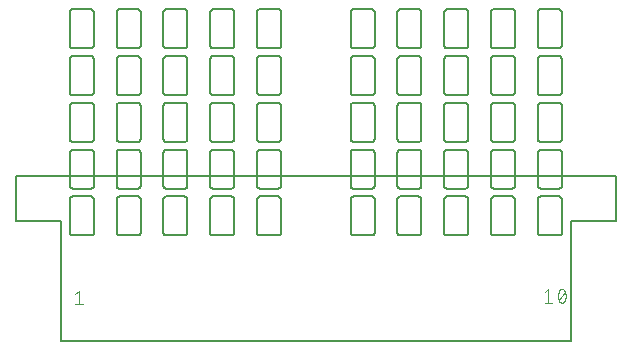
<source format=gto>
G75*
%MOIN*%
%OFA0B0*%
%FSLAX25Y25*%
%IPPOS*%
%LPD*%
%AMOC8*
5,1,8,0,0,1.08239X$1,22.5*
%
%ADD10C,0.00500*%
%ADD11C,0.00400*%
%ADD12C,0.00600*%
D10*
X0016250Y0004000D02*
X0186250Y0004000D01*
X0186250Y0044000D01*
X0201250Y0044000D01*
X0201250Y0059000D01*
X0001250Y0059000D01*
X0001250Y0044000D01*
X0016250Y0044000D01*
X0016250Y0004000D01*
D11*
X0020994Y0016200D02*
X0023550Y0016200D01*
X0022272Y0016200D02*
X0022272Y0020800D01*
X0020994Y0019778D01*
X0177494Y0020278D02*
X0178772Y0021300D01*
X0178772Y0016700D01*
X0177494Y0016700D02*
X0180050Y0016700D01*
X0184167Y0017339D02*
X0184215Y0017443D01*
X0184261Y0017548D01*
X0184303Y0017654D01*
X0184342Y0017762D01*
X0184378Y0017871D01*
X0184410Y0017981D01*
X0184440Y0018092D01*
X0184465Y0018204D01*
X0184488Y0018316D01*
X0184507Y0018429D01*
X0184522Y0018543D01*
X0184534Y0018657D01*
X0184543Y0018771D01*
X0184548Y0018885D01*
X0184550Y0019000D01*
X0181994Y0019000D02*
X0181996Y0019115D01*
X0182001Y0019229D01*
X0182010Y0019343D01*
X0182022Y0019457D01*
X0182037Y0019571D01*
X0182056Y0019684D01*
X0182079Y0019796D01*
X0182104Y0019908D01*
X0182134Y0020019D01*
X0182166Y0020129D01*
X0182202Y0020238D01*
X0182241Y0020346D01*
X0182283Y0020452D01*
X0182329Y0020557D01*
X0182377Y0020661D01*
X0183272Y0021300D02*
X0183331Y0021298D01*
X0183389Y0021293D01*
X0183447Y0021284D01*
X0183504Y0021271D01*
X0183561Y0021255D01*
X0183616Y0021235D01*
X0183670Y0021212D01*
X0183722Y0021186D01*
X0183773Y0021156D01*
X0183822Y0021124D01*
X0183869Y0021088D01*
X0183913Y0021050D01*
X0183955Y0021009D01*
X0183994Y0020965D01*
X0184031Y0020919D01*
X0184064Y0020871D01*
X0184095Y0020821D01*
X0184122Y0020769D01*
X0184146Y0020716D01*
X0184167Y0020661D01*
X0184294Y0020278D02*
X0182250Y0017722D01*
X0183272Y0016700D02*
X0183331Y0016702D01*
X0183389Y0016707D01*
X0183447Y0016716D01*
X0183504Y0016729D01*
X0183561Y0016745D01*
X0183616Y0016765D01*
X0183670Y0016788D01*
X0183722Y0016814D01*
X0183773Y0016844D01*
X0183822Y0016876D01*
X0183869Y0016912D01*
X0183913Y0016950D01*
X0183955Y0016991D01*
X0183994Y0017035D01*
X0184031Y0017081D01*
X0184064Y0017129D01*
X0184095Y0017179D01*
X0184122Y0017231D01*
X0184146Y0017284D01*
X0184167Y0017339D01*
X0183272Y0016700D02*
X0183213Y0016702D01*
X0183155Y0016707D01*
X0183097Y0016716D01*
X0183040Y0016729D01*
X0182983Y0016745D01*
X0182928Y0016765D01*
X0182874Y0016788D01*
X0182822Y0016814D01*
X0182771Y0016844D01*
X0182722Y0016876D01*
X0182675Y0016912D01*
X0182631Y0016950D01*
X0182589Y0016991D01*
X0182550Y0017035D01*
X0182513Y0017081D01*
X0182480Y0017129D01*
X0182449Y0017179D01*
X0182422Y0017231D01*
X0182398Y0017284D01*
X0182377Y0017339D01*
X0184550Y0019000D02*
X0184548Y0019115D01*
X0184543Y0019229D01*
X0184534Y0019343D01*
X0184522Y0019457D01*
X0184507Y0019571D01*
X0184488Y0019684D01*
X0184465Y0019796D01*
X0184440Y0019908D01*
X0184410Y0020019D01*
X0184378Y0020129D01*
X0184342Y0020238D01*
X0184303Y0020346D01*
X0184261Y0020452D01*
X0184215Y0020557D01*
X0184167Y0020661D01*
X0183272Y0021300D02*
X0183213Y0021298D01*
X0183155Y0021293D01*
X0183097Y0021284D01*
X0183040Y0021271D01*
X0182983Y0021255D01*
X0182928Y0021235D01*
X0182874Y0021212D01*
X0182822Y0021186D01*
X0182771Y0021156D01*
X0182722Y0021124D01*
X0182675Y0021088D01*
X0182631Y0021050D01*
X0182589Y0021009D01*
X0182550Y0020965D01*
X0182513Y0020919D01*
X0182480Y0020871D01*
X0182449Y0020821D01*
X0182422Y0020769D01*
X0182398Y0020716D01*
X0182377Y0020661D01*
X0181994Y0019000D02*
X0181996Y0018885D01*
X0182001Y0018771D01*
X0182010Y0018657D01*
X0182022Y0018543D01*
X0182037Y0018429D01*
X0182056Y0018316D01*
X0182079Y0018204D01*
X0182104Y0018092D01*
X0182134Y0017981D01*
X0182166Y0017871D01*
X0182202Y0017762D01*
X0182241Y0017654D01*
X0182283Y0017548D01*
X0182329Y0017443D01*
X0182377Y0017339D01*
D12*
X0182250Y0039200D02*
X0176250Y0039200D01*
X0176190Y0039202D01*
X0176129Y0039207D01*
X0176070Y0039216D01*
X0176011Y0039229D01*
X0175952Y0039245D01*
X0175895Y0039265D01*
X0175840Y0039288D01*
X0175785Y0039315D01*
X0175733Y0039344D01*
X0175682Y0039377D01*
X0175633Y0039413D01*
X0175587Y0039451D01*
X0175543Y0039493D01*
X0175501Y0039537D01*
X0175463Y0039583D01*
X0175427Y0039632D01*
X0175394Y0039683D01*
X0175365Y0039735D01*
X0175338Y0039790D01*
X0175315Y0039845D01*
X0175295Y0039902D01*
X0175279Y0039961D01*
X0175266Y0040020D01*
X0175257Y0040079D01*
X0175252Y0040140D01*
X0175250Y0040200D01*
X0175250Y0051200D01*
X0175252Y0051260D01*
X0175257Y0051321D01*
X0175266Y0051380D01*
X0175279Y0051439D01*
X0175295Y0051498D01*
X0175315Y0051555D01*
X0175338Y0051610D01*
X0175365Y0051665D01*
X0175394Y0051717D01*
X0175427Y0051768D01*
X0175463Y0051817D01*
X0175501Y0051863D01*
X0175543Y0051907D01*
X0175587Y0051949D01*
X0175633Y0051987D01*
X0175682Y0052023D01*
X0175733Y0052056D01*
X0175785Y0052085D01*
X0175840Y0052112D01*
X0175895Y0052135D01*
X0175952Y0052155D01*
X0176011Y0052171D01*
X0176070Y0052184D01*
X0176129Y0052193D01*
X0176190Y0052198D01*
X0176250Y0052200D01*
X0182250Y0052200D01*
X0182310Y0052198D01*
X0182371Y0052193D01*
X0182430Y0052184D01*
X0182489Y0052171D01*
X0182548Y0052155D01*
X0182605Y0052135D01*
X0182660Y0052112D01*
X0182715Y0052085D01*
X0182767Y0052056D01*
X0182818Y0052023D01*
X0182867Y0051987D01*
X0182913Y0051949D01*
X0182957Y0051907D01*
X0182999Y0051863D01*
X0183037Y0051817D01*
X0183073Y0051768D01*
X0183106Y0051717D01*
X0183135Y0051665D01*
X0183162Y0051610D01*
X0183185Y0051555D01*
X0183205Y0051498D01*
X0183221Y0051439D01*
X0183234Y0051380D01*
X0183243Y0051321D01*
X0183248Y0051260D01*
X0183250Y0051200D01*
X0183250Y0040200D01*
X0183248Y0040140D01*
X0183243Y0040079D01*
X0183234Y0040020D01*
X0183221Y0039961D01*
X0183205Y0039902D01*
X0183185Y0039845D01*
X0183162Y0039790D01*
X0183135Y0039735D01*
X0183106Y0039683D01*
X0183073Y0039632D01*
X0183037Y0039583D01*
X0182999Y0039537D01*
X0182957Y0039493D01*
X0182913Y0039451D01*
X0182867Y0039413D01*
X0182818Y0039377D01*
X0182767Y0039344D01*
X0182715Y0039315D01*
X0182660Y0039288D01*
X0182605Y0039265D01*
X0182548Y0039245D01*
X0182489Y0039229D01*
X0182430Y0039216D01*
X0182371Y0039207D01*
X0182310Y0039202D01*
X0182250Y0039200D01*
X0167650Y0040200D02*
X0167650Y0051200D01*
X0167648Y0051260D01*
X0167643Y0051321D01*
X0167634Y0051380D01*
X0167621Y0051439D01*
X0167605Y0051498D01*
X0167585Y0051555D01*
X0167562Y0051610D01*
X0167535Y0051665D01*
X0167506Y0051717D01*
X0167473Y0051768D01*
X0167437Y0051817D01*
X0167399Y0051863D01*
X0167357Y0051907D01*
X0167313Y0051949D01*
X0167267Y0051987D01*
X0167218Y0052023D01*
X0167167Y0052056D01*
X0167115Y0052085D01*
X0167060Y0052112D01*
X0167005Y0052135D01*
X0166948Y0052155D01*
X0166889Y0052171D01*
X0166830Y0052184D01*
X0166771Y0052193D01*
X0166710Y0052198D01*
X0166650Y0052200D01*
X0160650Y0052200D01*
X0160590Y0052198D01*
X0160529Y0052193D01*
X0160470Y0052184D01*
X0160411Y0052171D01*
X0160352Y0052155D01*
X0160295Y0052135D01*
X0160240Y0052112D01*
X0160185Y0052085D01*
X0160133Y0052056D01*
X0160082Y0052023D01*
X0160033Y0051987D01*
X0159987Y0051949D01*
X0159943Y0051907D01*
X0159901Y0051863D01*
X0159863Y0051817D01*
X0159827Y0051768D01*
X0159794Y0051717D01*
X0159765Y0051665D01*
X0159738Y0051610D01*
X0159715Y0051555D01*
X0159695Y0051498D01*
X0159679Y0051439D01*
X0159666Y0051380D01*
X0159657Y0051321D01*
X0159652Y0051260D01*
X0159650Y0051200D01*
X0159650Y0040200D01*
X0159652Y0040140D01*
X0159657Y0040079D01*
X0159666Y0040020D01*
X0159679Y0039961D01*
X0159695Y0039902D01*
X0159715Y0039845D01*
X0159738Y0039790D01*
X0159765Y0039735D01*
X0159794Y0039683D01*
X0159827Y0039632D01*
X0159863Y0039583D01*
X0159901Y0039537D01*
X0159943Y0039493D01*
X0159987Y0039451D01*
X0160033Y0039413D01*
X0160082Y0039377D01*
X0160133Y0039344D01*
X0160185Y0039315D01*
X0160240Y0039288D01*
X0160295Y0039265D01*
X0160352Y0039245D01*
X0160411Y0039229D01*
X0160470Y0039216D01*
X0160529Y0039207D01*
X0160590Y0039202D01*
X0160650Y0039200D01*
X0166650Y0039200D01*
X0166710Y0039202D01*
X0166771Y0039207D01*
X0166830Y0039216D01*
X0166889Y0039229D01*
X0166948Y0039245D01*
X0167005Y0039265D01*
X0167060Y0039288D01*
X0167115Y0039315D01*
X0167167Y0039344D01*
X0167218Y0039377D01*
X0167267Y0039413D01*
X0167313Y0039451D01*
X0167357Y0039493D01*
X0167399Y0039537D01*
X0167437Y0039583D01*
X0167473Y0039632D01*
X0167506Y0039683D01*
X0167535Y0039735D01*
X0167562Y0039790D01*
X0167585Y0039845D01*
X0167605Y0039902D01*
X0167621Y0039961D01*
X0167634Y0040020D01*
X0167643Y0040079D01*
X0167648Y0040140D01*
X0167650Y0040200D01*
X0152050Y0040200D02*
X0152050Y0051200D01*
X0152048Y0051260D01*
X0152043Y0051321D01*
X0152034Y0051380D01*
X0152021Y0051439D01*
X0152005Y0051498D01*
X0151985Y0051555D01*
X0151962Y0051610D01*
X0151935Y0051665D01*
X0151906Y0051717D01*
X0151873Y0051768D01*
X0151837Y0051817D01*
X0151799Y0051863D01*
X0151757Y0051907D01*
X0151713Y0051949D01*
X0151667Y0051987D01*
X0151618Y0052023D01*
X0151567Y0052056D01*
X0151515Y0052085D01*
X0151460Y0052112D01*
X0151405Y0052135D01*
X0151348Y0052155D01*
X0151289Y0052171D01*
X0151230Y0052184D01*
X0151171Y0052193D01*
X0151110Y0052198D01*
X0151050Y0052200D01*
X0145050Y0052200D01*
X0144990Y0052198D01*
X0144929Y0052193D01*
X0144870Y0052184D01*
X0144811Y0052171D01*
X0144752Y0052155D01*
X0144695Y0052135D01*
X0144640Y0052112D01*
X0144585Y0052085D01*
X0144533Y0052056D01*
X0144482Y0052023D01*
X0144433Y0051987D01*
X0144387Y0051949D01*
X0144343Y0051907D01*
X0144301Y0051863D01*
X0144263Y0051817D01*
X0144227Y0051768D01*
X0144194Y0051717D01*
X0144165Y0051665D01*
X0144138Y0051610D01*
X0144115Y0051555D01*
X0144095Y0051498D01*
X0144079Y0051439D01*
X0144066Y0051380D01*
X0144057Y0051321D01*
X0144052Y0051260D01*
X0144050Y0051200D01*
X0144050Y0040200D01*
X0144052Y0040140D01*
X0144057Y0040079D01*
X0144066Y0040020D01*
X0144079Y0039961D01*
X0144095Y0039902D01*
X0144115Y0039845D01*
X0144138Y0039790D01*
X0144165Y0039735D01*
X0144194Y0039683D01*
X0144227Y0039632D01*
X0144263Y0039583D01*
X0144301Y0039537D01*
X0144343Y0039493D01*
X0144387Y0039451D01*
X0144433Y0039413D01*
X0144482Y0039377D01*
X0144533Y0039344D01*
X0144585Y0039315D01*
X0144640Y0039288D01*
X0144695Y0039265D01*
X0144752Y0039245D01*
X0144811Y0039229D01*
X0144870Y0039216D01*
X0144929Y0039207D01*
X0144990Y0039202D01*
X0145050Y0039200D01*
X0151050Y0039200D01*
X0151110Y0039202D01*
X0151171Y0039207D01*
X0151230Y0039216D01*
X0151289Y0039229D01*
X0151348Y0039245D01*
X0151405Y0039265D01*
X0151460Y0039288D01*
X0151515Y0039315D01*
X0151567Y0039344D01*
X0151618Y0039377D01*
X0151667Y0039413D01*
X0151713Y0039451D01*
X0151757Y0039493D01*
X0151799Y0039537D01*
X0151837Y0039583D01*
X0151873Y0039632D01*
X0151906Y0039683D01*
X0151935Y0039735D01*
X0151962Y0039790D01*
X0151985Y0039845D01*
X0152005Y0039902D01*
X0152021Y0039961D01*
X0152034Y0040020D01*
X0152043Y0040079D01*
X0152048Y0040140D01*
X0152050Y0040200D01*
X0136450Y0040200D02*
X0136450Y0051200D01*
X0136448Y0051260D01*
X0136443Y0051321D01*
X0136434Y0051380D01*
X0136421Y0051439D01*
X0136405Y0051498D01*
X0136385Y0051555D01*
X0136362Y0051610D01*
X0136335Y0051665D01*
X0136306Y0051717D01*
X0136273Y0051768D01*
X0136237Y0051817D01*
X0136199Y0051863D01*
X0136157Y0051907D01*
X0136113Y0051949D01*
X0136067Y0051987D01*
X0136018Y0052023D01*
X0135967Y0052056D01*
X0135915Y0052085D01*
X0135860Y0052112D01*
X0135805Y0052135D01*
X0135748Y0052155D01*
X0135689Y0052171D01*
X0135630Y0052184D01*
X0135571Y0052193D01*
X0135510Y0052198D01*
X0135450Y0052200D01*
X0129450Y0052200D01*
X0129390Y0052198D01*
X0129329Y0052193D01*
X0129270Y0052184D01*
X0129211Y0052171D01*
X0129152Y0052155D01*
X0129095Y0052135D01*
X0129040Y0052112D01*
X0128985Y0052085D01*
X0128933Y0052056D01*
X0128882Y0052023D01*
X0128833Y0051987D01*
X0128787Y0051949D01*
X0128743Y0051907D01*
X0128701Y0051863D01*
X0128663Y0051817D01*
X0128627Y0051768D01*
X0128594Y0051717D01*
X0128565Y0051665D01*
X0128538Y0051610D01*
X0128515Y0051555D01*
X0128495Y0051498D01*
X0128479Y0051439D01*
X0128466Y0051380D01*
X0128457Y0051321D01*
X0128452Y0051260D01*
X0128450Y0051200D01*
X0128450Y0040200D01*
X0128452Y0040140D01*
X0128457Y0040079D01*
X0128466Y0040020D01*
X0128479Y0039961D01*
X0128495Y0039902D01*
X0128515Y0039845D01*
X0128538Y0039790D01*
X0128565Y0039735D01*
X0128594Y0039683D01*
X0128627Y0039632D01*
X0128663Y0039583D01*
X0128701Y0039537D01*
X0128743Y0039493D01*
X0128787Y0039451D01*
X0128833Y0039413D01*
X0128882Y0039377D01*
X0128933Y0039344D01*
X0128985Y0039315D01*
X0129040Y0039288D01*
X0129095Y0039265D01*
X0129152Y0039245D01*
X0129211Y0039229D01*
X0129270Y0039216D01*
X0129329Y0039207D01*
X0129390Y0039202D01*
X0129450Y0039200D01*
X0135450Y0039200D01*
X0135510Y0039202D01*
X0135571Y0039207D01*
X0135630Y0039216D01*
X0135689Y0039229D01*
X0135748Y0039245D01*
X0135805Y0039265D01*
X0135860Y0039288D01*
X0135915Y0039315D01*
X0135967Y0039344D01*
X0136018Y0039377D01*
X0136067Y0039413D01*
X0136113Y0039451D01*
X0136157Y0039493D01*
X0136199Y0039537D01*
X0136237Y0039583D01*
X0136273Y0039632D01*
X0136306Y0039683D01*
X0136335Y0039735D01*
X0136362Y0039790D01*
X0136385Y0039845D01*
X0136405Y0039902D01*
X0136421Y0039961D01*
X0136434Y0040020D01*
X0136443Y0040079D01*
X0136448Y0040140D01*
X0136450Y0040200D01*
X0120850Y0040200D02*
X0120850Y0051200D01*
X0120848Y0051260D01*
X0120843Y0051321D01*
X0120834Y0051380D01*
X0120821Y0051439D01*
X0120805Y0051498D01*
X0120785Y0051555D01*
X0120762Y0051610D01*
X0120735Y0051665D01*
X0120706Y0051717D01*
X0120673Y0051768D01*
X0120637Y0051817D01*
X0120599Y0051863D01*
X0120557Y0051907D01*
X0120513Y0051949D01*
X0120467Y0051987D01*
X0120418Y0052023D01*
X0120367Y0052056D01*
X0120315Y0052085D01*
X0120260Y0052112D01*
X0120205Y0052135D01*
X0120148Y0052155D01*
X0120089Y0052171D01*
X0120030Y0052184D01*
X0119971Y0052193D01*
X0119910Y0052198D01*
X0119850Y0052200D01*
X0113850Y0052200D01*
X0113790Y0052198D01*
X0113729Y0052193D01*
X0113670Y0052184D01*
X0113611Y0052171D01*
X0113552Y0052155D01*
X0113495Y0052135D01*
X0113440Y0052112D01*
X0113385Y0052085D01*
X0113333Y0052056D01*
X0113282Y0052023D01*
X0113233Y0051987D01*
X0113187Y0051949D01*
X0113143Y0051907D01*
X0113101Y0051863D01*
X0113063Y0051817D01*
X0113027Y0051768D01*
X0112994Y0051717D01*
X0112965Y0051665D01*
X0112938Y0051610D01*
X0112915Y0051555D01*
X0112895Y0051498D01*
X0112879Y0051439D01*
X0112866Y0051380D01*
X0112857Y0051321D01*
X0112852Y0051260D01*
X0112850Y0051200D01*
X0112850Y0040200D01*
X0112852Y0040140D01*
X0112857Y0040079D01*
X0112866Y0040020D01*
X0112879Y0039961D01*
X0112895Y0039902D01*
X0112915Y0039845D01*
X0112938Y0039790D01*
X0112965Y0039735D01*
X0112994Y0039683D01*
X0113027Y0039632D01*
X0113063Y0039583D01*
X0113101Y0039537D01*
X0113143Y0039493D01*
X0113187Y0039451D01*
X0113233Y0039413D01*
X0113282Y0039377D01*
X0113333Y0039344D01*
X0113385Y0039315D01*
X0113440Y0039288D01*
X0113495Y0039265D01*
X0113552Y0039245D01*
X0113611Y0039229D01*
X0113670Y0039216D01*
X0113729Y0039207D01*
X0113790Y0039202D01*
X0113850Y0039200D01*
X0119850Y0039200D01*
X0119910Y0039202D01*
X0119971Y0039207D01*
X0120030Y0039216D01*
X0120089Y0039229D01*
X0120148Y0039245D01*
X0120205Y0039265D01*
X0120260Y0039288D01*
X0120315Y0039315D01*
X0120367Y0039344D01*
X0120418Y0039377D01*
X0120467Y0039413D01*
X0120513Y0039451D01*
X0120557Y0039493D01*
X0120599Y0039537D01*
X0120637Y0039583D01*
X0120673Y0039632D01*
X0120706Y0039683D01*
X0120735Y0039735D01*
X0120762Y0039790D01*
X0120785Y0039845D01*
X0120805Y0039902D01*
X0120821Y0039961D01*
X0120834Y0040020D01*
X0120843Y0040079D01*
X0120848Y0040140D01*
X0120850Y0040200D01*
X0119850Y0054800D02*
X0113850Y0054800D01*
X0113790Y0054802D01*
X0113729Y0054807D01*
X0113670Y0054816D01*
X0113611Y0054829D01*
X0113552Y0054845D01*
X0113495Y0054865D01*
X0113440Y0054888D01*
X0113385Y0054915D01*
X0113333Y0054944D01*
X0113282Y0054977D01*
X0113233Y0055013D01*
X0113187Y0055051D01*
X0113143Y0055093D01*
X0113101Y0055137D01*
X0113063Y0055183D01*
X0113027Y0055232D01*
X0112994Y0055283D01*
X0112965Y0055335D01*
X0112938Y0055390D01*
X0112915Y0055445D01*
X0112895Y0055502D01*
X0112879Y0055561D01*
X0112866Y0055620D01*
X0112857Y0055679D01*
X0112852Y0055740D01*
X0112850Y0055800D01*
X0112850Y0066800D01*
X0112852Y0066860D01*
X0112857Y0066921D01*
X0112866Y0066980D01*
X0112879Y0067039D01*
X0112895Y0067098D01*
X0112915Y0067155D01*
X0112938Y0067210D01*
X0112965Y0067265D01*
X0112994Y0067317D01*
X0113027Y0067368D01*
X0113063Y0067417D01*
X0113101Y0067463D01*
X0113143Y0067507D01*
X0113187Y0067549D01*
X0113233Y0067587D01*
X0113282Y0067623D01*
X0113333Y0067656D01*
X0113385Y0067685D01*
X0113440Y0067712D01*
X0113495Y0067735D01*
X0113552Y0067755D01*
X0113611Y0067771D01*
X0113670Y0067784D01*
X0113729Y0067793D01*
X0113790Y0067798D01*
X0113850Y0067800D01*
X0119850Y0067800D01*
X0119910Y0067798D01*
X0119971Y0067793D01*
X0120030Y0067784D01*
X0120089Y0067771D01*
X0120148Y0067755D01*
X0120205Y0067735D01*
X0120260Y0067712D01*
X0120315Y0067685D01*
X0120367Y0067656D01*
X0120418Y0067623D01*
X0120467Y0067587D01*
X0120513Y0067549D01*
X0120557Y0067507D01*
X0120599Y0067463D01*
X0120637Y0067417D01*
X0120673Y0067368D01*
X0120706Y0067317D01*
X0120735Y0067265D01*
X0120762Y0067210D01*
X0120785Y0067155D01*
X0120805Y0067098D01*
X0120821Y0067039D01*
X0120834Y0066980D01*
X0120843Y0066921D01*
X0120848Y0066860D01*
X0120850Y0066800D01*
X0120850Y0055800D01*
X0120848Y0055740D01*
X0120843Y0055679D01*
X0120834Y0055620D01*
X0120821Y0055561D01*
X0120805Y0055502D01*
X0120785Y0055445D01*
X0120762Y0055390D01*
X0120735Y0055335D01*
X0120706Y0055283D01*
X0120673Y0055232D01*
X0120637Y0055183D01*
X0120599Y0055137D01*
X0120557Y0055093D01*
X0120513Y0055051D01*
X0120467Y0055013D01*
X0120418Y0054977D01*
X0120367Y0054944D01*
X0120315Y0054915D01*
X0120260Y0054888D01*
X0120205Y0054865D01*
X0120148Y0054845D01*
X0120089Y0054829D01*
X0120030Y0054816D01*
X0119971Y0054807D01*
X0119910Y0054802D01*
X0119850Y0054800D01*
X0128450Y0055800D02*
X0128450Y0066800D01*
X0128452Y0066860D01*
X0128457Y0066921D01*
X0128466Y0066980D01*
X0128479Y0067039D01*
X0128495Y0067098D01*
X0128515Y0067155D01*
X0128538Y0067210D01*
X0128565Y0067265D01*
X0128594Y0067317D01*
X0128627Y0067368D01*
X0128663Y0067417D01*
X0128701Y0067463D01*
X0128743Y0067507D01*
X0128787Y0067549D01*
X0128833Y0067587D01*
X0128882Y0067623D01*
X0128933Y0067656D01*
X0128985Y0067685D01*
X0129040Y0067712D01*
X0129095Y0067735D01*
X0129152Y0067755D01*
X0129211Y0067771D01*
X0129270Y0067784D01*
X0129329Y0067793D01*
X0129390Y0067798D01*
X0129450Y0067800D01*
X0135450Y0067800D01*
X0135510Y0067798D01*
X0135571Y0067793D01*
X0135630Y0067784D01*
X0135689Y0067771D01*
X0135748Y0067755D01*
X0135805Y0067735D01*
X0135860Y0067712D01*
X0135915Y0067685D01*
X0135967Y0067656D01*
X0136018Y0067623D01*
X0136067Y0067587D01*
X0136113Y0067549D01*
X0136157Y0067507D01*
X0136199Y0067463D01*
X0136237Y0067417D01*
X0136273Y0067368D01*
X0136306Y0067317D01*
X0136335Y0067265D01*
X0136362Y0067210D01*
X0136385Y0067155D01*
X0136405Y0067098D01*
X0136421Y0067039D01*
X0136434Y0066980D01*
X0136443Y0066921D01*
X0136448Y0066860D01*
X0136450Y0066800D01*
X0136450Y0055800D01*
X0136448Y0055740D01*
X0136443Y0055679D01*
X0136434Y0055620D01*
X0136421Y0055561D01*
X0136405Y0055502D01*
X0136385Y0055445D01*
X0136362Y0055390D01*
X0136335Y0055335D01*
X0136306Y0055283D01*
X0136273Y0055232D01*
X0136237Y0055183D01*
X0136199Y0055137D01*
X0136157Y0055093D01*
X0136113Y0055051D01*
X0136067Y0055013D01*
X0136018Y0054977D01*
X0135967Y0054944D01*
X0135915Y0054915D01*
X0135860Y0054888D01*
X0135805Y0054865D01*
X0135748Y0054845D01*
X0135689Y0054829D01*
X0135630Y0054816D01*
X0135571Y0054807D01*
X0135510Y0054802D01*
X0135450Y0054800D01*
X0129450Y0054800D01*
X0129390Y0054802D01*
X0129329Y0054807D01*
X0129270Y0054816D01*
X0129211Y0054829D01*
X0129152Y0054845D01*
X0129095Y0054865D01*
X0129040Y0054888D01*
X0128985Y0054915D01*
X0128933Y0054944D01*
X0128882Y0054977D01*
X0128833Y0055013D01*
X0128787Y0055051D01*
X0128743Y0055093D01*
X0128701Y0055137D01*
X0128663Y0055183D01*
X0128627Y0055232D01*
X0128594Y0055283D01*
X0128565Y0055335D01*
X0128538Y0055390D01*
X0128515Y0055445D01*
X0128495Y0055502D01*
X0128479Y0055561D01*
X0128466Y0055620D01*
X0128457Y0055679D01*
X0128452Y0055740D01*
X0128450Y0055800D01*
X0144050Y0055800D02*
X0144050Y0066800D01*
X0144052Y0066860D01*
X0144057Y0066921D01*
X0144066Y0066980D01*
X0144079Y0067039D01*
X0144095Y0067098D01*
X0144115Y0067155D01*
X0144138Y0067210D01*
X0144165Y0067265D01*
X0144194Y0067317D01*
X0144227Y0067368D01*
X0144263Y0067417D01*
X0144301Y0067463D01*
X0144343Y0067507D01*
X0144387Y0067549D01*
X0144433Y0067587D01*
X0144482Y0067623D01*
X0144533Y0067656D01*
X0144585Y0067685D01*
X0144640Y0067712D01*
X0144695Y0067735D01*
X0144752Y0067755D01*
X0144811Y0067771D01*
X0144870Y0067784D01*
X0144929Y0067793D01*
X0144990Y0067798D01*
X0145050Y0067800D01*
X0151050Y0067800D01*
X0151110Y0067798D01*
X0151171Y0067793D01*
X0151230Y0067784D01*
X0151289Y0067771D01*
X0151348Y0067755D01*
X0151405Y0067735D01*
X0151460Y0067712D01*
X0151515Y0067685D01*
X0151567Y0067656D01*
X0151618Y0067623D01*
X0151667Y0067587D01*
X0151713Y0067549D01*
X0151757Y0067507D01*
X0151799Y0067463D01*
X0151837Y0067417D01*
X0151873Y0067368D01*
X0151906Y0067317D01*
X0151935Y0067265D01*
X0151962Y0067210D01*
X0151985Y0067155D01*
X0152005Y0067098D01*
X0152021Y0067039D01*
X0152034Y0066980D01*
X0152043Y0066921D01*
X0152048Y0066860D01*
X0152050Y0066800D01*
X0152050Y0055800D01*
X0152048Y0055740D01*
X0152043Y0055679D01*
X0152034Y0055620D01*
X0152021Y0055561D01*
X0152005Y0055502D01*
X0151985Y0055445D01*
X0151962Y0055390D01*
X0151935Y0055335D01*
X0151906Y0055283D01*
X0151873Y0055232D01*
X0151837Y0055183D01*
X0151799Y0055137D01*
X0151757Y0055093D01*
X0151713Y0055051D01*
X0151667Y0055013D01*
X0151618Y0054977D01*
X0151567Y0054944D01*
X0151515Y0054915D01*
X0151460Y0054888D01*
X0151405Y0054865D01*
X0151348Y0054845D01*
X0151289Y0054829D01*
X0151230Y0054816D01*
X0151171Y0054807D01*
X0151110Y0054802D01*
X0151050Y0054800D01*
X0145050Y0054800D01*
X0144990Y0054802D01*
X0144929Y0054807D01*
X0144870Y0054816D01*
X0144811Y0054829D01*
X0144752Y0054845D01*
X0144695Y0054865D01*
X0144640Y0054888D01*
X0144585Y0054915D01*
X0144533Y0054944D01*
X0144482Y0054977D01*
X0144433Y0055013D01*
X0144387Y0055051D01*
X0144343Y0055093D01*
X0144301Y0055137D01*
X0144263Y0055183D01*
X0144227Y0055232D01*
X0144194Y0055283D01*
X0144165Y0055335D01*
X0144138Y0055390D01*
X0144115Y0055445D01*
X0144095Y0055502D01*
X0144079Y0055561D01*
X0144066Y0055620D01*
X0144057Y0055679D01*
X0144052Y0055740D01*
X0144050Y0055800D01*
X0159650Y0055800D02*
X0159650Y0066800D01*
X0159652Y0066860D01*
X0159657Y0066921D01*
X0159666Y0066980D01*
X0159679Y0067039D01*
X0159695Y0067098D01*
X0159715Y0067155D01*
X0159738Y0067210D01*
X0159765Y0067265D01*
X0159794Y0067317D01*
X0159827Y0067368D01*
X0159863Y0067417D01*
X0159901Y0067463D01*
X0159943Y0067507D01*
X0159987Y0067549D01*
X0160033Y0067587D01*
X0160082Y0067623D01*
X0160133Y0067656D01*
X0160185Y0067685D01*
X0160240Y0067712D01*
X0160295Y0067735D01*
X0160352Y0067755D01*
X0160411Y0067771D01*
X0160470Y0067784D01*
X0160529Y0067793D01*
X0160590Y0067798D01*
X0160650Y0067800D01*
X0166650Y0067800D01*
X0166710Y0067798D01*
X0166771Y0067793D01*
X0166830Y0067784D01*
X0166889Y0067771D01*
X0166948Y0067755D01*
X0167005Y0067735D01*
X0167060Y0067712D01*
X0167115Y0067685D01*
X0167167Y0067656D01*
X0167218Y0067623D01*
X0167267Y0067587D01*
X0167313Y0067549D01*
X0167357Y0067507D01*
X0167399Y0067463D01*
X0167437Y0067417D01*
X0167473Y0067368D01*
X0167506Y0067317D01*
X0167535Y0067265D01*
X0167562Y0067210D01*
X0167585Y0067155D01*
X0167605Y0067098D01*
X0167621Y0067039D01*
X0167634Y0066980D01*
X0167643Y0066921D01*
X0167648Y0066860D01*
X0167650Y0066800D01*
X0167650Y0055800D01*
X0167648Y0055740D01*
X0167643Y0055679D01*
X0167634Y0055620D01*
X0167621Y0055561D01*
X0167605Y0055502D01*
X0167585Y0055445D01*
X0167562Y0055390D01*
X0167535Y0055335D01*
X0167506Y0055283D01*
X0167473Y0055232D01*
X0167437Y0055183D01*
X0167399Y0055137D01*
X0167357Y0055093D01*
X0167313Y0055051D01*
X0167267Y0055013D01*
X0167218Y0054977D01*
X0167167Y0054944D01*
X0167115Y0054915D01*
X0167060Y0054888D01*
X0167005Y0054865D01*
X0166948Y0054845D01*
X0166889Y0054829D01*
X0166830Y0054816D01*
X0166771Y0054807D01*
X0166710Y0054802D01*
X0166650Y0054800D01*
X0160650Y0054800D01*
X0160590Y0054802D01*
X0160529Y0054807D01*
X0160470Y0054816D01*
X0160411Y0054829D01*
X0160352Y0054845D01*
X0160295Y0054865D01*
X0160240Y0054888D01*
X0160185Y0054915D01*
X0160133Y0054944D01*
X0160082Y0054977D01*
X0160033Y0055013D01*
X0159987Y0055051D01*
X0159943Y0055093D01*
X0159901Y0055137D01*
X0159863Y0055183D01*
X0159827Y0055232D01*
X0159794Y0055283D01*
X0159765Y0055335D01*
X0159738Y0055390D01*
X0159715Y0055445D01*
X0159695Y0055502D01*
X0159679Y0055561D01*
X0159666Y0055620D01*
X0159657Y0055679D01*
X0159652Y0055740D01*
X0159650Y0055800D01*
X0175250Y0055800D02*
X0175250Y0066800D01*
X0175252Y0066860D01*
X0175257Y0066921D01*
X0175266Y0066980D01*
X0175279Y0067039D01*
X0175295Y0067098D01*
X0175315Y0067155D01*
X0175338Y0067210D01*
X0175365Y0067265D01*
X0175394Y0067317D01*
X0175427Y0067368D01*
X0175463Y0067417D01*
X0175501Y0067463D01*
X0175543Y0067507D01*
X0175587Y0067549D01*
X0175633Y0067587D01*
X0175682Y0067623D01*
X0175733Y0067656D01*
X0175785Y0067685D01*
X0175840Y0067712D01*
X0175895Y0067735D01*
X0175952Y0067755D01*
X0176011Y0067771D01*
X0176070Y0067784D01*
X0176129Y0067793D01*
X0176190Y0067798D01*
X0176250Y0067800D01*
X0182250Y0067800D01*
X0182310Y0067798D01*
X0182371Y0067793D01*
X0182430Y0067784D01*
X0182489Y0067771D01*
X0182548Y0067755D01*
X0182605Y0067735D01*
X0182660Y0067712D01*
X0182715Y0067685D01*
X0182767Y0067656D01*
X0182818Y0067623D01*
X0182867Y0067587D01*
X0182913Y0067549D01*
X0182957Y0067507D01*
X0182999Y0067463D01*
X0183037Y0067417D01*
X0183073Y0067368D01*
X0183106Y0067317D01*
X0183135Y0067265D01*
X0183162Y0067210D01*
X0183185Y0067155D01*
X0183205Y0067098D01*
X0183221Y0067039D01*
X0183234Y0066980D01*
X0183243Y0066921D01*
X0183248Y0066860D01*
X0183250Y0066800D01*
X0183250Y0055800D01*
X0183248Y0055740D01*
X0183243Y0055679D01*
X0183234Y0055620D01*
X0183221Y0055561D01*
X0183205Y0055502D01*
X0183185Y0055445D01*
X0183162Y0055390D01*
X0183135Y0055335D01*
X0183106Y0055283D01*
X0183073Y0055232D01*
X0183037Y0055183D01*
X0182999Y0055137D01*
X0182957Y0055093D01*
X0182913Y0055051D01*
X0182867Y0055013D01*
X0182818Y0054977D01*
X0182767Y0054944D01*
X0182715Y0054915D01*
X0182660Y0054888D01*
X0182605Y0054865D01*
X0182548Y0054845D01*
X0182489Y0054829D01*
X0182430Y0054816D01*
X0182371Y0054807D01*
X0182310Y0054802D01*
X0182250Y0054800D01*
X0176250Y0054800D01*
X0176190Y0054802D01*
X0176129Y0054807D01*
X0176070Y0054816D01*
X0176011Y0054829D01*
X0175952Y0054845D01*
X0175895Y0054865D01*
X0175840Y0054888D01*
X0175785Y0054915D01*
X0175733Y0054944D01*
X0175682Y0054977D01*
X0175633Y0055013D01*
X0175587Y0055051D01*
X0175543Y0055093D01*
X0175501Y0055137D01*
X0175463Y0055183D01*
X0175427Y0055232D01*
X0175394Y0055283D01*
X0175365Y0055335D01*
X0175338Y0055390D01*
X0175315Y0055445D01*
X0175295Y0055502D01*
X0175279Y0055561D01*
X0175266Y0055620D01*
X0175257Y0055679D01*
X0175252Y0055740D01*
X0175250Y0055800D01*
X0176250Y0070400D02*
X0182250Y0070400D01*
X0182310Y0070402D01*
X0182371Y0070407D01*
X0182430Y0070416D01*
X0182489Y0070429D01*
X0182548Y0070445D01*
X0182605Y0070465D01*
X0182660Y0070488D01*
X0182715Y0070515D01*
X0182767Y0070544D01*
X0182818Y0070577D01*
X0182867Y0070613D01*
X0182913Y0070651D01*
X0182957Y0070693D01*
X0182999Y0070737D01*
X0183037Y0070783D01*
X0183073Y0070832D01*
X0183106Y0070883D01*
X0183135Y0070935D01*
X0183162Y0070990D01*
X0183185Y0071045D01*
X0183205Y0071102D01*
X0183221Y0071161D01*
X0183234Y0071220D01*
X0183243Y0071279D01*
X0183248Y0071340D01*
X0183250Y0071400D01*
X0183250Y0082400D01*
X0183248Y0082460D01*
X0183243Y0082521D01*
X0183234Y0082580D01*
X0183221Y0082639D01*
X0183205Y0082698D01*
X0183185Y0082755D01*
X0183162Y0082810D01*
X0183135Y0082865D01*
X0183106Y0082917D01*
X0183073Y0082968D01*
X0183037Y0083017D01*
X0182999Y0083063D01*
X0182957Y0083107D01*
X0182913Y0083149D01*
X0182867Y0083187D01*
X0182818Y0083223D01*
X0182767Y0083256D01*
X0182715Y0083285D01*
X0182660Y0083312D01*
X0182605Y0083335D01*
X0182548Y0083355D01*
X0182489Y0083371D01*
X0182430Y0083384D01*
X0182371Y0083393D01*
X0182310Y0083398D01*
X0182250Y0083400D01*
X0176250Y0083400D01*
X0176190Y0083398D01*
X0176129Y0083393D01*
X0176070Y0083384D01*
X0176011Y0083371D01*
X0175952Y0083355D01*
X0175895Y0083335D01*
X0175840Y0083312D01*
X0175785Y0083285D01*
X0175733Y0083256D01*
X0175682Y0083223D01*
X0175633Y0083187D01*
X0175587Y0083149D01*
X0175543Y0083107D01*
X0175501Y0083063D01*
X0175463Y0083017D01*
X0175427Y0082968D01*
X0175394Y0082917D01*
X0175365Y0082865D01*
X0175338Y0082810D01*
X0175315Y0082755D01*
X0175295Y0082698D01*
X0175279Y0082639D01*
X0175266Y0082580D01*
X0175257Y0082521D01*
X0175252Y0082460D01*
X0175250Y0082400D01*
X0175250Y0071400D01*
X0175252Y0071340D01*
X0175257Y0071279D01*
X0175266Y0071220D01*
X0175279Y0071161D01*
X0175295Y0071102D01*
X0175315Y0071045D01*
X0175338Y0070990D01*
X0175365Y0070935D01*
X0175394Y0070883D01*
X0175427Y0070832D01*
X0175463Y0070783D01*
X0175501Y0070737D01*
X0175543Y0070693D01*
X0175587Y0070651D01*
X0175633Y0070613D01*
X0175682Y0070577D01*
X0175733Y0070544D01*
X0175785Y0070515D01*
X0175840Y0070488D01*
X0175895Y0070465D01*
X0175952Y0070445D01*
X0176011Y0070429D01*
X0176070Y0070416D01*
X0176129Y0070407D01*
X0176190Y0070402D01*
X0176250Y0070400D01*
X0167650Y0071400D02*
X0167650Y0082400D01*
X0167648Y0082460D01*
X0167643Y0082521D01*
X0167634Y0082580D01*
X0167621Y0082639D01*
X0167605Y0082698D01*
X0167585Y0082755D01*
X0167562Y0082810D01*
X0167535Y0082865D01*
X0167506Y0082917D01*
X0167473Y0082968D01*
X0167437Y0083017D01*
X0167399Y0083063D01*
X0167357Y0083107D01*
X0167313Y0083149D01*
X0167267Y0083187D01*
X0167218Y0083223D01*
X0167167Y0083256D01*
X0167115Y0083285D01*
X0167060Y0083312D01*
X0167005Y0083335D01*
X0166948Y0083355D01*
X0166889Y0083371D01*
X0166830Y0083384D01*
X0166771Y0083393D01*
X0166710Y0083398D01*
X0166650Y0083400D01*
X0160650Y0083400D01*
X0160590Y0083398D01*
X0160529Y0083393D01*
X0160470Y0083384D01*
X0160411Y0083371D01*
X0160352Y0083355D01*
X0160295Y0083335D01*
X0160240Y0083312D01*
X0160185Y0083285D01*
X0160133Y0083256D01*
X0160082Y0083223D01*
X0160033Y0083187D01*
X0159987Y0083149D01*
X0159943Y0083107D01*
X0159901Y0083063D01*
X0159863Y0083017D01*
X0159827Y0082968D01*
X0159794Y0082917D01*
X0159765Y0082865D01*
X0159738Y0082810D01*
X0159715Y0082755D01*
X0159695Y0082698D01*
X0159679Y0082639D01*
X0159666Y0082580D01*
X0159657Y0082521D01*
X0159652Y0082460D01*
X0159650Y0082400D01*
X0159650Y0071400D01*
X0159652Y0071340D01*
X0159657Y0071279D01*
X0159666Y0071220D01*
X0159679Y0071161D01*
X0159695Y0071102D01*
X0159715Y0071045D01*
X0159738Y0070990D01*
X0159765Y0070935D01*
X0159794Y0070883D01*
X0159827Y0070832D01*
X0159863Y0070783D01*
X0159901Y0070737D01*
X0159943Y0070693D01*
X0159987Y0070651D01*
X0160033Y0070613D01*
X0160082Y0070577D01*
X0160133Y0070544D01*
X0160185Y0070515D01*
X0160240Y0070488D01*
X0160295Y0070465D01*
X0160352Y0070445D01*
X0160411Y0070429D01*
X0160470Y0070416D01*
X0160529Y0070407D01*
X0160590Y0070402D01*
X0160650Y0070400D01*
X0166650Y0070400D01*
X0166710Y0070402D01*
X0166771Y0070407D01*
X0166830Y0070416D01*
X0166889Y0070429D01*
X0166948Y0070445D01*
X0167005Y0070465D01*
X0167060Y0070488D01*
X0167115Y0070515D01*
X0167167Y0070544D01*
X0167218Y0070577D01*
X0167267Y0070613D01*
X0167313Y0070651D01*
X0167357Y0070693D01*
X0167399Y0070737D01*
X0167437Y0070783D01*
X0167473Y0070832D01*
X0167506Y0070883D01*
X0167535Y0070935D01*
X0167562Y0070990D01*
X0167585Y0071045D01*
X0167605Y0071102D01*
X0167621Y0071161D01*
X0167634Y0071220D01*
X0167643Y0071279D01*
X0167648Y0071340D01*
X0167650Y0071400D01*
X0152050Y0071400D02*
X0152050Y0082400D01*
X0152048Y0082460D01*
X0152043Y0082521D01*
X0152034Y0082580D01*
X0152021Y0082639D01*
X0152005Y0082698D01*
X0151985Y0082755D01*
X0151962Y0082810D01*
X0151935Y0082865D01*
X0151906Y0082917D01*
X0151873Y0082968D01*
X0151837Y0083017D01*
X0151799Y0083063D01*
X0151757Y0083107D01*
X0151713Y0083149D01*
X0151667Y0083187D01*
X0151618Y0083223D01*
X0151567Y0083256D01*
X0151515Y0083285D01*
X0151460Y0083312D01*
X0151405Y0083335D01*
X0151348Y0083355D01*
X0151289Y0083371D01*
X0151230Y0083384D01*
X0151171Y0083393D01*
X0151110Y0083398D01*
X0151050Y0083400D01*
X0145050Y0083400D01*
X0144990Y0083398D01*
X0144929Y0083393D01*
X0144870Y0083384D01*
X0144811Y0083371D01*
X0144752Y0083355D01*
X0144695Y0083335D01*
X0144640Y0083312D01*
X0144585Y0083285D01*
X0144533Y0083256D01*
X0144482Y0083223D01*
X0144433Y0083187D01*
X0144387Y0083149D01*
X0144343Y0083107D01*
X0144301Y0083063D01*
X0144263Y0083017D01*
X0144227Y0082968D01*
X0144194Y0082917D01*
X0144165Y0082865D01*
X0144138Y0082810D01*
X0144115Y0082755D01*
X0144095Y0082698D01*
X0144079Y0082639D01*
X0144066Y0082580D01*
X0144057Y0082521D01*
X0144052Y0082460D01*
X0144050Y0082400D01*
X0144050Y0071400D01*
X0144052Y0071340D01*
X0144057Y0071279D01*
X0144066Y0071220D01*
X0144079Y0071161D01*
X0144095Y0071102D01*
X0144115Y0071045D01*
X0144138Y0070990D01*
X0144165Y0070935D01*
X0144194Y0070883D01*
X0144227Y0070832D01*
X0144263Y0070783D01*
X0144301Y0070737D01*
X0144343Y0070693D01*
X0144387Y0070651D01*
X0144433Y0070613D01*
X0144482Y0070577D01*
X0144533Y0070544D01*
X0144585Y0070515D01*
X0144640Y0070488D01*
X0144695Y0070465D01*
X0144752Y0070445D01*
X0144811Y0070429D01*
X0144870Y0070416D01*
X0144929Y0070407D01*
X0144990Y0070402D01*
X0145050Y0070400D01*
X0151050Y0070400D01*
X0151110Y0070402D01*
X0151171Y0070407D01*
X0151230Y0070416D01*
X0151289Y0070429D01*
X0151348Y0070445D01*
X0151405Y0070465D01*
X0151460Y0070488D01*
X0151515Y0070515D01*
X0151567Y0070544D01*
X0151618Y0070577D01*
X0151667Y0070613D01*
X0151713Y0070651D01*
X0151757Y0070693D01*
X0151799Y0070737D01*
X0151837Y0070783D01*
X0151873Y0070832D01*
X0151906Y0070883D01*
X0151935Y0070935D01*
X0151962Y0070990D01*
X0151985Y0071045D01*
X0152005Y0071102D01*
X0152021Y0071161D01*
X0152034Y0071220D01*
X0152043Y0071279D01*
X0152048Y0071340D01*
X0152050Y0071400D01*
X0136450Y0071400D02*
X0136450Y0082400D01*
X0136448Y0082460D01*
X0136443Y0082521D01*
X0136434Y0082580D01*
X0136421Y0082639D01*
X0136405Y0082698D01*
X0136385Y0082755D01*
X0136362Y0082810D01*
X0136335Y0082865D01*
X0136306Y0082917D01*
X0136273Y0082968D01*
X0136237Y0083017D01*
X0136199Y0083063D01*
X0136157Y0083107D01*
X0136113Y0083149D01*
X0136067Y0083187D01*
X0136018Y0083223D01*
X0135967Y0083256D01*
X0135915Y0083285D01*
X0135860Y0083312D01*
X0135805Y0083335D01*
X0135748Y0083355D01*
X0135689Y0083371D01*
X0135630Y0083384D01*
X0135571Y0083393D01*
X0135510Y0083398D01*
X0135450Y0083400D01*
X0129450Y0083400D01*
X0129390Y0083398D01*
X0129329Y0083393D01*
X0129270Y0083384D01*
X0129211Y0083371D01*
X0129152Y0083355D01*
X0129095Y0083335D01*
X0129040Y0083312D01*
X0128985Y0083285D01*
X0128933Y0083256D01*
X0128882Y0083223D01*
X0128833Y0083187D01*
X0128787Y0083149D01*
X0128743Y0083107D01*
X0128701Y0083063D01*
X0128663Y0083017D01*
X0128627Y0082968D01*
X0128594Y0082917D01*
X0128565Y0082865D01*
X0128538Y0082810D01*
X0128515Y0082755D01*
X0128495Y0082698D01*
X0128479Y0082639D01*
X0128466Y0082580D01*
X0128457Y0082521D01*
X0128452Y0082460D01*
X0128450Y0082400D01*
X0128450Y0071400D01*
X0128452Y0071340D01*
X0128457Y0071279D01*
X0128466Y0071220D01*
X0128479Y0071161D01*
X0128495Y0071102D01*
X0128515Y0071045D01*
X0128538Y0070990D01*
X0128565Y0070935D01*
X0128594Y0070883D01*
X0128627Y0070832D01*
X0128663Y0070783D01*
X0128701Y0070737D01*
X0128743Y0070693D01*
X0128787Y0070651D01*
X0128833Y0070613D01*
X0128882Y0070577D01*
X0128933Y0070544D01*
X0128985Y0070515D01*
X0129040Y0070488D01*
X0129095Y0070465D01*
X0129152Y0070445D01*
X0129211Y0070429D01*
X0129270Y0070416D01*
X0129329Y0070407D01*
X0129390Y0070402D01*
X0129450Y0070400D01*
X0135450Y0070400D01*
X0135510Y0070402D01*
X0135571Y0070407D01*
X0135630Y0070416D01*
X0135689Y0070429D01*
X0135748Y0070445D01*
X0135805Y0070465D01*
X0135860Y0070488D01*
X0135915Y0070515D01*
X0135967Y0070544D01*
X0136018Y0070577D01*
X0136067Y0070613D01*
X0136113Y0070651D01*
X0136157Y0070693D01*
X0136199Y0070737D01*
X0136237Y0070783D01*
X0136273Y0070832D01*
X0136306Y0070883D01*
X0136335Y0070935D01*
X0136362Y0070990D01*
X0136385Y0071045D01*
X0136405Y0071102D01*
X0136421Y0071161D01*
X0136434Y0071220D01*
X0136443Y0071279D01*
X0136448Y0071340D01*
X0136450Y0071400D01*
X0120850Y0071400D02*
X0120850Y0082400D01*
X0120848Y0082460D01*
X0120843Y0082521D01*
X0120834Y0082580D01*
X0120821Y0082639D01*
X0120805Y0082698D01*
X0120785Y0082755D01*
X0120762Y0082810D01*
X0120735Y0082865D01*
X0120706Y0082917D01*
X0120673Y0082968D01*
X0120637Y0083017D01*
X0120599Y0083063D01*
X0120557Y0083107D01*
X0120513Y0083149D01*
X0120467Y0083187D01*
X0120418Y0083223D01*
X0120367Y0083256D01*
X0120315Y0083285D01*
X0120260Y0083312D01*
X0120205Y0083335D01*
X0120148Y0083355D01*
X0120089Y0083371D01*
X0120030Y0083384D01*
X0119971Y0083393D01*
X0119910Y0083398D01*
X0119850Y0083400D01*
X0113850Y0083400D01*
X0113790Y0083398D01*
X0113729Y0083393D01*
X0113670Y0083384D01*
X0113611Y0083371D01*
X0113552Y0083355D01*
X0113495Y0083335D01*
X0113440Y0083312D01*
X0113385Y0083285D01*
X0113333Y0083256D01*
X0113282Y0083223D01*
X0113233Y0083187D01*
X0113187Y0083149D01*
X0113143Y0083107D01*
X0113101Y0083063D01*
X0113063Y0083017D01*
X0113027Y0082968D01*
X0112994Y0082917D01*
X0112965Y0082865D01*
X0112938Y0082810D01*
X0112915Y0082755D01*
X0112895Y0082698D01*
X0112879Y0082639D01*
X0112866Y0082580D01*
X0112857Y0082521D01*
X0112852Y0082460D01*
X0112850Y0082400D01*
X0112850Y0071400D01*
X0112852Y0071340D01*
X0112857Y0071279D01*
X0112866Y0071220D01*
X0112879Y0071161D01*
X0112895Y0071102D01*
X0112915Y0071045D01*
X0112938Y0070990D01*
X0112965Y0070935D01*
X0112994Y0070883D01*
X0113027Y0070832D01*
X0113063Y0070783D01*
X0113101Y0070737D01*
X0113143Y0070693D01*
X0113187Y0070651D01*
X0113233Y0070613D01*
X0113282Y0070577D01*
X0113333Y0070544D01*
X0113385Y0070515D01*
X0113440Y0070488D01*
X0113495Y0070465D01*
X0113552Y0070445D01*
X0113611Y0070429D01*
X0113670Y0070416D01*
X0113729Y0070407D01*
X0113790Y0070402D01*
X0113850Y0070400D01*
X0119850Y0070400D01*
X0119910Y0070402D01*
X0119971Y0070407D01*
X0120030Y0070416D01*
X0120089Y0070429D01*
X0120148Y0070445D01*
X0120205Y0070465D01*
X0120260Y0070488D01*
X0120315Y0070515D01*
X0120367Y0070544D01*
X0120418Y0070577D01*
X0120467Y0070613D01*
X0120513Y0070651D01*
X0120557Y0070693D01*
X0120599Y0070737D01*
X0120637Y0070783D01*
X0120673Y0070832D01*
X0120706Y0070883D01*
X0120735Y0070935D01*
X0120762Y0070990D01*
X0120785Y0071045D01*
X0120805Y0071102D01*
X0120821Y0071161D01*
X0120834Y0071220D01*
X0120843Y0071279D01*
X0120848Y0071340D01*
X0120850Y0071400D01*
X0119850Y0086000D02*
X0113850Y0086000D01*
X0113790Y0086002D01*
X0113729Y0086007D01*
X0113670Y0086016D01*
X0113611Y0086029D01*
X0113552Y0086045D01*
X0113495Y0086065D01*
X0113440Y0086088D01*
X0113385Y0086115D01*
X0113333Y0086144D01*
X0113282Y0086177D01*
X0113233Y0086213D01*
X0113187Y0086251D01*
X0113143Y0086293D01*
X0113101Y0086337D01*
X0113063Y0086383D01*
X0113027Y0086432D01*
X0112994Y0086483D01*
X0112965Y0086535D01*
X0112938Y0086590D01*
X0112915Y0086645D01*
X0112895Y0086702D01*
X0112879Y0086761D01*
X0112866Y0086820D01*
X0112857Y0086879D01*
X0112852Y0086940D01*
X0112850Y0087000D01*
X0112850Y0098000D01*
X0112852Y0098060D01*
X0112857Y0098121D01*
X0112866Y0098180D01*
X0112879Y0098239D01*
X0112895Y0098298D01*
X0112915Y0098355D01*
X0112938Y0098410D01*
X0112965Y0098465D01*
X0112994Y0098517D01*
X0113027Y0098568D01*
X0113063Y0098617D01*
X0113101Y0098663D01*
X0113143Y0098707D01*
X0113187Y0098749D01*
X0113233Y0098787D01*
X0113282Y0098823D01*
X0113333Y0098856D01*
X0113385Y0098885D01*
X0113440Y0098912D01*
X0113495Y0098935D01*
X0113552Y0098955D01*
X0113611Y0098971D01*
X0113670Y0098984D01*
X0113729Y0098993D01*
X0113790Y0098998D01*
X0113850Y0099000D01*
X0119850Y0099000D01*
X0119910Y0098998D01*
X0119971Y0098993D01*
X0120030Y0098984D01*
X0120089Y0098971D01*
X0120148Y0098955D01*
X0120205Y0098935D01*
X0120260Y0098912D01*
X0120315Y0098885D01*
X0120367Y0098856D01*
X0120418Y0098823D01*
X0120467Y0098787D01*
X0120513Y0098749D01*
X0120557Y0098707D01*
X0120599Y0098663D01*
X0120637Y0098617D01*
X0120673Y0098568D01*
X0120706Y0098517D01*
X0120735Y0098465D01*
X0120762Y0098410D01*
X0120785Y0098355D01*
X0120805Y0098298D01*
X0120821Y0098239D01*
X0120834Y0098180D01*
X0120843Y0098121D01*
X0120848Y0098060D01*
X0120850Y0098000D01*
X0120850Y0087000D01*
X0120848Y0086940D01*
X0120843Y0086879D01*
X0120834Y0086820D01*
X0120821Y0086761D01*
X0120805Y0086702D01*
X0120785Y0086645D01*
X0120762Y0086590D01*
X0120735Y0086535D01*
X0120706Y0086483D01*
X0120673Y0086432D01*
X0120637Y0086383D01*
X0120599Y0086337D01*
X0120557Y0086293D01*
X0120513Y0086251D01*
X0120467Y0086213D01*
X0120418Y0086177D01*
X0120367Y0086144D01*
X0120315Y0086115D01*
X0120260Y0086088D01*
X0120205Y0086065D01*
X0120148Y0086045D01*
X0120089Y0086029D01*
X0120030Y0086016D01*
X0119971Y0086007D01*
X0119910Y0086002D01*
X0119850Y0086000D01*
X0128450Y0087000D02*
X0128450Y0098000D01*
X0128452Y0098060D01*
X0128457Y0098121D01*
X0128466Y0098180D01*
X0128479Y0098239D01*
X0128495Y0098298D01*
X0128515Y0098355D01*
X0128538Y0098410D01*
X0128565Y0098465D01*
X0128594Y0098517D01*
X0128627Y0098568D01*
X0128663Y0098617D01*
X0128701Y0098663D01*
X0128743Y0098707D01*
X0128787Y0098749D01*
X0128833Y0098787D01*
X0128882Y0098823D01*
X0128933Y0098856D01*
X0128985Y0098885D01*
X0129040Y0098912D01*
X0129095Y0098935D01*
X0129152Y0098955D01*
X0129211Y0098971D01*
X0129270Y0098984D01*
X0129329Y0098993D01*
X0129390Y0098998D01*
X0129450Y0099000D01*
X0135450Y0099000D01*
X0135510Y0098998D01*
X0135571Y0098993D01*
X0135630Y0098984D01*
X0135689Y0098971D01*
X0135748Y0098955D01*
X0135805Y0098935D01*
X0135860Y0098912D01*
X0135915Y0098885D01*
X0135967Y0098856D01*
X0136018Y0098823D01*
X0136067Y0098787D01*
X0136113Y0098749D01*
X0136157Y0098707D01*
X0136199Y0098663D01*
X0136237Y0098617D01*
X0136273Y0098568D01*
X0136306Y0098517D01*
X0136335Y0098465D01*
X0136362Y0098410D01*
X0136385Y0098355D01*
X0136405Y0098298D01*
X0136421Y0098239D01*
X0136434Y0098180D01*
X0136443Y0098121D01*
X0136448Y0098060D01*
X0136450Y0098000D01*
X0136450Y0087000D01*
X0136448Y0086940D01*
X0136443Y0086879D01*
X0136434Y0086820D01*
X0136421Y0086761D01*
X0136405Y0086702D01*
X0136385Y0086645D01*
X0136362Y0086590D01*
X0136335Y0086535D01*
X0136306Y0086483D01*
X0136273Y0086432D01*
X0136237Y0086383D01*
X0136199Y0086337D01*
X0136157Y0086293D01*
X0136113Y0086251D01*
X0136067Y0086213D01*
X0136018Y0086177D01*
X0135967Y0086144D01*
X0135915Y0086115D01*
X0135860Y0086088D01*
X0135805Y0086065D01*
X0135748Y0086045D01*
X0135689Y0086029D01*
X0135630Y0086016D01*
X0135571Y0086007D01*
X0135510Y0086002D01*
X0135450Y0086000D01*
X0129450Y0086000D01*
X0129390Y0086002D01*
X0129329Y0086007D01*
X0129270Y0086016D01*
X0129211Y0086029D01*
X0129152Y0086045D01*
X0129095Y0086065D01*
X0129040Y0086088D01*
X0128985Y0086115D01*
X0128933Y0086144D01*
X0128882Y0086177D01*
X0128833Y0086213D01*
X0128787Y0086251D01*
X0128743Y0086293D01*
X0128701Y0086337D01*
X0128663Y0086383D01*
X0128627Y0086432D01*
X0128594Y0086483D01*
X0128565Y0086535D01*
X0128538Y0086590D01*
X0128515Y0086645D01*
X0128495Y0086702D01*
X0128479Y0086761D01*
X0128466Y0086820D01*
X0128457Y0086879D01*
X0128452Y0086940D01*
X0128450Y0087000D01*
X0144050Y0087000D02*
X0144050Y0098000D01*
X0144052Y0098060D01*
X0144057Y0098121D01*
X0144066Y0098180D01*
X0144079Y0098239D01*
X0144095Y0098298D01*
X0144115Y0098355D01*
X0144138Y0098410D01*
X0144165Y0098465D01*
X0144194Y0098517D01*
X0144227Y0098568D01*
X0144263Y0098617D01*
X0144301Y0098663D01*
X0144343Y0098707D01*
X0144387Y0098749D01*
X0144433Y0098787D01*
X0144482Y0098823D01*
X0144533Y0098856D01*
X0144585Y0098885D01*
X0144640Y0098912D01*
X0144695Y0098935D01*
X0144752Y0098955D01*
X0144811Y0098971D01*
X0144870Y0098984D01*
X0144929Y0098993D01*
X0144990Y0098998D01*
X0145050Y0099000D01*
X0151050Y0099000D01*
X0151110Y0098998D01*
X0151171Y0098993D01*
X0151230Y0098984D01*
X0151289Y0098971D01*
X0151348Y0098955D01*
X0151405Y0098935D01*
X0151460Y0098912D01*
X0151515Y0098885D01*
X0151567Y0098856D01*
X0151618Y0098823D01*
X0151667Y0098787D01*
X0151713Y0098749D01*
X0151757Y0098707D01*
X0151799Y0098663D01*
X0151837Y0098617D01*
X0151873Y0098568D01*
X0151906Y0098517D01*
X0151935Y0098465D01*
X0151962Y0098410D01*
X0151985Y0098355D01*
X0152005Y0098298D01*
X0152021Y0098239D01*
X0152034Y0098180D01*
X0152043Y0098121D01*
X0152048Y0098060D01*
X0152050Y0098000D01*
X0152050Y0087000D01*
X0152048Y0086940D01*
X0152043Y0086879D01*
X0152034Y0086820D01*
X0152021Y0086761D01*
X0152005Y0086702D01*
X0151985Y0086645D01*
X0151962Y0086590D01*
X0151935Y0086535D01*
X0151906Y0086483D01*
X0151873Y0086432D01*
X0151837Y0086383D01*
X0151799Y0086337D01*
X0151757Y0086293D01*
X0151713Y0086251D01*
X0151667Y0086213D01*
X0151618Y0086177D01*
X0151567Y0086144D01*
X0151515Y0086115D01*
X0151460Y0086088D01*
X0151405Y0086065D01*
X0151348Y0086045D01*
X0151289Y0086029D01*
X0151230Y0086016D01*
X0151171Y0086007D01*
X0151110Y0086002D01*
X0151050Y0086000D01*
X0145050Y0086000D01*
X0144990Y0086002D01*
X0144929Y0086007D01*
X0144870Y0086016D01*
X0144811Y0086029D01*
X0144752Y0086045D01*
X0144695Y0086065D01*
X0144640Y0086088D01*
X0144585Y0086115D01*
X0144533Y0086144D01*
X0144482Y0086177D01*
X0144433Y0086213D01*
X0144387Y0086251D01*
X0144343Y0086293D01*
X0144301Y0086337D01*
X0144263Y0086383D01*
X0144227Y0086432D01*
X0144194Y0086483D01*
X0144165Y0086535D01*
X0144138Y0086590D01*
X0144115Y0086645D01*
X0144095Y0086702D01*
X0144079Y0086761D01*
X0144066Y0086820D01*
X0144057Y0086879D01*
X0144052Y0086940D01*
X0144050Y0087000D01*
X0159650Y0087000D02*
X0159650Y0098000D01*
X0159652Y0098060D01*
X0159657Y0098121D01*
X0159666Y0098180D01*
X0159679Y0098239D01*
X0159695Y0098298D01*
X0159715Y0098355D01*
X0159738Y0098410D01*
X0159765Y0098465D01*
X0159794Y0098517D01*
X0159827Y0098568D01*
X0159863Y0098617D01*
X0159901Y0098663D01*
X0159943Y0098707D01*
X0159987Y0098749D01*
X0160033Y0098787D01*
X0160082Y0098823D01*
X0160133Y0098856D01*
X0160185Y0098885D01*
X0160240Y0098912D01*
X0160295Y0098935D01*
X0160352Y0098955D01*
X0160411Y0098971D01*
X0160470Y0098984D01*
X0160529Y0098993D01*
X0160590Y0098998D01*
X0160650Y0099000D01*
X0166650Y0099000D01*
X0166710Y0098998D01*
X0166771Y0098993D01*
X0166830Y0098984D01*
X0166889Y0098971D01*
X0166948Y0098955D01*
X0167005Y0098935D01*
X0167060Y0098912D01*
X0167115Y0098885D01*
X0167167Y0098856D01*
X0167218Y0098823D01*
X0167267Y0098787D01*
X0167313Y0098749D01*
X0167357Y0098707D01*
X0167399Y0098663D01*
X0167437Y0098617D01*
X0167473Y0098568D01*
X0167506Y0098517D01*
X0167535Y0098465D01*
X0167562Y0098410D01*
X0167585Y0098355D01*
X0167605Y0098298D01*
X0167621Y0098239D01*
X0167634Y0098180D01*
X0167643Y0098121D01*
X0167648Y0098060D01*
X0167650Y0098000D01*
X0167650Y0087000D01*
X0167648Y0086940D01*
X0167643Y0086879D01*
X0167634Y0086820D01*
X0167621Y0086761D01*
X0167605Y0086702D01*
X0167585Y0086645D01*
X0167562Y0086590D01*
X0167535Y0086535D01*
X0167506Y0086483D01*
X0167473Y0086432D01*
X0167437Y0086383D01*
X0167399Y0086337D01*
X0167357Y0086293D01*
X0167313Y0086251D01*
X0167267Y0086213D01*
X0167218Y0086177D01*
X0167167Y0086144D01*
X0167115Y0086115D01*
X0167060Y0086088D01*
X0167005Y0086065D01*
X0166948Y0086045D01*
X0166889Y0086029D01*
X0166830Y0086016D01*
X0166771Y0086007D01*
X0166710Y0086002D01*
X0166650Y0086000D01*
X0160650Y0086000D01*
X0160590Y0086002D01*
X0160529Y0086007D01*
X0160470Y0086016D01*
X0160411Y0086029D01*
X0160352Y0086045D01*
X0160295Y0086065D01*
X0160240Y0086088D01*
X0160185Y0086115D01*
X0160133Y0086144D01*
X0160082Y0086177D01*
X0160033Y0086213D01*
X0159987Y0086251D01*
X0159943Y0086293D01*
X0159901Y0086337D01*
X0159863Y0086383D01*
X0159827Y0086432D01*
X0159794Y0086483D01*
X0159765Y0086535D01*
X0159738Y0086590D01*
X0159715Y0086645D01*
X0159695Y0086702D01*
X0159679Y0086761D01*
X0159666Y0086820D01*
X0159657Y0086879D01*
X0159652Y0086940D01*
X0159650Y0087000D01*
X0175250Y0087000D02*
X0175250Y0098000D01*
X0175252Y0098060D01*
X0175257Y0098121D01*
X0175266Y0098180D01*
X0175279Y0098239D01*
X0175295Y0098298D01*
X0175315Y0098355D01*
X0175338Y0098410D01*
X0175365Y0098465D01*
X0175394Y0098517D01*
X0175427Y0098568D01*
X0175463Y0098617D01*
X0175501Y0098663D01*
X0175543Y0098707D01*
X0175587Y0098749D01*
X0175633Y0098787D01*
X0175682Y0098823D01*
X0175733Y0098856D01*
X0175785Y0098885D01*
X0175840Y0098912D01*
X0175895Y0098935D01*
X0175952Y0098955D01*
X0176011Y0098971D01*
X0176070Y0098984D01*
X0176129Y0098993D01*
X0176190Y0098998D01*
X0176250Y0099000D01*
X0182250Y0099000D01*
X0182310Y0098998D01*
X0182371Y0098993D01*
X0182430Y0098984D01*
X0182489Y0098971D01*
X0182548Y0098955D01*
X0182605Y0098935D01*
X0182660Y0098912D01*
X0182715Y0098885D01*
X0182767Y0098856D01*
X0182818Y0098823D01*
X0182867Y0098787D01*
X0182913Y0098749D01*
X0182957Y0098707D01*
X0182999Y0098663D01*
X0183037Y0098617D01*
X0183073Y0098568D01*
X0183106Y0098517D01*
X0183135Y0098465D01*
X0183162Y0098410D01*
X0183185Y0098355D01*
X0183205Y0098298D01*
X0183221Y0098239D01*
X0183234Y0098180D01*
X0183243Y0098121D01*
X0183248Y0098060D01*
X0183250Y0098000D01*
X0183250Y0087000D01*
X0183248Y0086940D01*
X0183243Y0086879D01*
X0183234Y0086820D01*
X0183221Y0086761D01*
X0183205Y0086702D01*
X0183185Y0086645D01*
X0183162Y0086590D01*
X0183135Y0086535D01*
X0183106Y0086483D01*
X0183073Y0086432D01*
X0183037Y0086383D01*
X0182999Y0086337D01*
X0182957Y0086293D01*
X0182913Y0086251D01*
X0182867Y0086213D01*
X0182818Y0086177D01*
X0182767Y0086144D01*
X0182715Y0086115D01*
X0182660Y0086088D01*
X0182605Y0086065D01*
X0182548Y0086045D01*
X0182489Y0086029D01*
X0182430Y0086016D01*
X0182371Y0086007D01*
X0182310Y0086002D01*
X0182250Y0086000D01*
X0176250Y0086000D01*
X0176190Y0086002D01*
X0176129Y0086007D01*
X0176070Y0086016D01*
X0176011Y0086029D01*
X0175952Y0086045D01*
X0175895Y0086065D01*
X0175840Y0086088D01*
X0175785Y0086115D01*
X0175733Y0086144D01*
X0175682Y0086177D01*
X0175633Y0086213D01*
X0175587Y0086251D01*
X0175543Y0086293D01*
X0175501Y0086337D01*
X0175463Y0086383D01*
X0175427Y0086432D01*
X0175394Y0086483D01*
X0175365Y0086535D01*
X0175338Y0086590D01*
X0175315Y0086645D01*
X0175295Y0086702D01*
X0175279Y0086761D01*
X0175266Y0086820D01*
X0175257Y0086879D01*
X0175252Y0086940D01*
X0175250Y0087000D01*
X0176250Y0101600D02*
X0182250Y0101600D01*
X0182310Y0101602D01*
X0182371Y0101607D01*
X0182430Y0101616D01*
X0182489Y0101629D01*
X0182548Y0101645D01*
X0182605Y0101665D01*
X0182660Y0101688D01*
X0182715Y0101715D01*
X0182767Y0101744D01*
X0182818Y0101777D01*
X0182867Y0101813D01*
X0182913Y0101851D01*
X0182957Y0101893D01*
X0182999Y0101937D01*
X0183037Y0101983D01*
X0183073Y0102032D01*
X0183106Y0102083D01*
X0183135Y0102135D01*
X0183162Y0102190D01*
X0183185Y0102245D01*
X0183205Y0102302D01*
X0183221Y0102361D01*
X0183234Y0102420D01*
X0183243Y0102479D01*
X0183248Y0102540D01*
X0183250Y0102600D01*
X0183250Y0113600D01*
X0183248Y0113660D01*
X0183243Y0113721D01*
X0183234Y0113780D01*
X0183221Y0113839D01*
X0183205Y0113898D01*
X0183185Y0113955D01*
X0183162Y0114010D01*
X0183135Y0114065D01*
X0183106Y0114117D01*
X0183073Y0114168D01*
X0183037Y0114217D01*
X0182999Y0114263D01*
X0182957Y0114307D01*
X0182913Y0114349D01*
X0182867Y0114387D01*
X0182818Y0114423D01*
X0182767Y0114456D01*
X0182715Y0114485D01*
X0182660Y0114512D01*
X0182605Y0114535D01*
X0182548Y0114555D01*
X0182489Y0114571D01*
X0182430Y0114584D01*
X0182371Y0114593D01*
X0182310Y0114598D01*
X0182250Y0114600D01*
X0176250Y0114600D01*
X0176190Y0114598D01*
X0176129Y0114593D01*
X0176070Y0114584D01*
X0176011Y0114571D01*
X0175952Y0114555D01*
X0175895Y0114535D01*
X0175840Y0114512D01*
X0175785Y0114485D01*
X0175733Y0114456D01*
X0175682Y0114423D01*
X0175633Y0114387D01*
X0175587Y0114349D01*
X0175543Y0114307D01*
X0175501Y0114263D01*
X0175463Y0114217D01*
X0175427Y0114168D01*
X0175394Y0114117D01*
X0175365Y0114065D01*
X0175338Y0114010D01*
X0175315Y0113955D01*
X0175295Y0113898D01*
X0175279Y0113839D01*
X0175266Y0113780D01*
X0175257Y0113721D01*
X0175252Y0113660D01*
X0175250Y0113600D01*
X0175250Y0102600D01*
X0175252Y0102540D01*
X0175257Y0102479D01*
X0175266Y0102420D01*
X0175279Y0102361D01*
X0175295Y0102302D01*
X0175315Y0102245D01*
X0175338Y0102190D01*
X0175365Y0102135D01*
X0175394Y0102083D01*
X0175427Y0102032D01*
X0175463Y0101983D01*
X0175501Y0101937D01*
X0175543Y0101893D01*
X0175587Y0101851D01*
X0175633Y0101813D01*
X0175682Y0101777D01*
X0175733Y0101744D01*
X0175785Y0101715D01*
X0175840Y0101688D01*
X0175895Y0101665D01*
X0175952Y0101645D01*
X0176011Y0101629D01*
X0176070Y0101616D01*
X0176129Y0101607D01*
X0176190Y0101602D01*
X0176250Y0101600D01*
X0167650Y0102600D02*
X0167650Y0113600D01*
X0167648Y0113660D01*
X0167643Y0113721D01*
X0167634Y0113780D01*
X0167621Y0113839D01*
X0167605Y0113898D01*
X0167585Y0113955D01*
X0167562Y0114010D01*
X0167535Y0114065D01*
X0167506Y0114117D01*
X0167473Y0114168D01*
X0167437Y0114217D01*
X0167399Y0114263D01*
X0167357Y0114307D01*
X0167313Y0114349D01*
X0167267Y0114387D01*
X0167218Y0114423D01*
X0167167Y0114456D01*
X0167115Y0114485D01*
X0167060Y0114512D01*
X0167005Y0114535D01*
X0166948Y0114555D01*
X0166889Y0114571D01*
X0166830Y0114584D01*
X0166771Y0114593D01*
X0166710Y0114598D01*
X0166650Y0114600D01*
X0160650Y0114600D01*
X0160590Y0114598D01*
X0160529Y0114593D01*
X0160470Y0114584D01*
X0160411Y0114571D01*
X0160352Y0114555D01*
X0160295Y0114535D01*
X0160240Y0114512D01*
X0160185Y0114485D01*
X0160133Y0114456D01*
X0160082Y0114423D01*
X0160033Y0114387D01*
X0159987Y0114349D01*
X0159943Y0114307D01*
X0159901Y0114263D01*
X0159863Y0114217D01*
X0159827Y0114168D01*
X0159794Y0114117D01*
X0159765Y0114065D01*
X0159738Y0114010D01*
X0159715Y0113955D01*
X0159695Y0113898D01*
X0159679Y0113839D01*
X0159666Y0113780D01*
X0159657Y0113721D01*
X0159652Y0113660D01*
X0159650Y0113600D01*
X0159650Y0102600D01*
X0159652Y0102540D01*
X0159657Y0102479D01*
X0159666Y0102420D01*
X0159679Y0102361D01*
X0159695Y0102302D01*
X0159715Y0102245D01*
X0159738Y0102190D01*
X0159765Y0102135D01*
X0159794Y0102083D01*
X0159827Y0102032D01*
X0159863Y0101983D01*
X0159901Y0101937D01*
X0159943Y0101893D01*
X0159987Y0101851D01*
X0160033Y0101813D01*
X0160082Y0101777D01*
X0160133Y0101744D01*
X0160185Y0101715D01*
X0160240Y0101688D01*
X0160295Y0101665D01*
X0160352Y0101645D01*
X0160411Y0101629D01*
X0160470Y0101616D01*
X0160529Y0101607D01*
X0160590Y0101602D01*
X0160650Y0101600D01*
X0166650Y0101600D01*
X0166710Y0101602D01*
X0166771Y0101607D01*
X0166830Y0101616D01*
X0166889Y0101629D01*
X0166948Y0101645D01*
X0167005Y0101665D01*
X0167060Y0101688D01*
X0167115Y0101715D01*
X0167167Y0101744D01*
X0167218Y0101777D01*
X0167267Y0101813D01*
X0167313Y0101851D01*
X0167357Y0101893D01*
X0167399Y0101937D01*
X0167437Y0101983D01*
X0167473Y0102032D01*
X0167506Y0102083D01*
X0167535Y0102135D01*
X0167562Y0102190D01*
X0167585Y0102245D01*
X0167605Y0102302D01*
X0167621Y0102361D01*
X0167634Y0102420D01*
X0167643Y0102479D01*
X0167648Y0102540D01*
X0167650Y0102600D01*
X0152050Y0102600D02*
X0152050Y0113600D01*
X0152048Y0113660D01*
X0152043Y0113721D01*
X0152034Y0113780D01*
X0152021Y0113839D01*
X0152005Y0113898D01*
X0151985Y0113955D01*
X0151962Y0114010D01*
X0151935Y0114065D01*
X0151906Y0114117D01*
X0151873Y0114168D01*
X0151837Y0114217D01*
X0151799Y0114263D01*
X0151757Y0114307D01*
X0151713Y0114349D01*
X0151667Y0114387D01*
X0151618Y0114423D01*
X0151567Y0114456D01*
X0151515Y0114485D01*
X0151460Y0114512D01*
X0151405Y0114535D01*
X0151348Y0114555D01*
X0151289Y0114571D01*
X0151230Y0114584D01*
X0151171Y0114593D01*
X0151110Y0114598D01*
X0151050Y0114600D01*
X0145050Y0114600D01*
X0144990Y0114598D01*
X0144929Y0114593D01*
X0144870Y0114584D01*
X0144811Y0114571D01*
X0144752Y0114555D01*
X0144695Y0114535D01*
X0144640Y0114512D01*
X0144585Y0114485D01*
X0144533Y0114456D01*
X0144482Y0114423D01*
X0144433Y0114387D01*
X0144387Y0114349D01*
X0144343Y0114307D01*
X0144301Y0114263D01*
X0144263Y0114217D01*
X0144227Y0114168D01*
X0144194Y0114117D01*
X0144165Y0114065D01*
X0144138Y0114010D01*
X0144115Y0113955D01*
X0144095Y0113898D01*
X0144079Y0113839D01*
X0144066Y0113780D01*
X0144057Y0113721D01*
X0144052Y0113660D01*
X0144050Y0113600D01*
X0144050Y0102600D01*
X0144052Y0102540D01*
X0144057Y0102479D01*
X0144066Y0102420D01*
X0144079Y0102361D01*
X0144095Y0102302D01*
X0144115Y0102245D01*
X0144138Y0102190D01*
X0144165Y0102135D01*
X0144194Y0102083D01*
X0144227Y0102032D01*
X0144263Y0101983D01*
X0144301Y0101937D01*
X0144343Y0101893D01*
X0144387Y0101851D01*
X0144433Y0101813D01*
X0144482Y0101777D01*
X0144533Y0101744D01*
X0144585Y0101715D01*
X0144640Y0101688D01*
X0144695Y0101665D01*
X0144752Y0101645D01*
X0144811Y0101629D01*
X0144870Y0101616D01*
X0144929Y0101607D01*
X0144990Y0101602D01*
X0145050Y0101600D01*
X0151050Y0101600D01*
X0151110Y0101602D01*
X0151171Y0101607D01*
X0151230Y0101616D01*
X0151289Y0101629D01*
X0151348Y0101645D01*
X0151405Y0101665D01*
X0151460Y0101688D01*
X0151515Y0101715D01*
X0151567Y0101744D01*
X0151618Y0101777D01*
X0151667Y0101813D01*
X0151713Y0101851D01*
X0151757Y0101893D01*
X0151799Y0101937D01*
X0151837Y0101983D01*
X0151873Y0102032D01*
X0151906Y0102083D01*
X0151935Y0102135D01*
X0151962Y0102190D01*
X0151985Y0102245D01*
X0152005Y0102302D01*
X0152021Y0102361D01*
X0152034Y0102420D01*
X0152043Y0102479D01*
X0152048Y0102540D01*
X0152050Y0102600D01*
X0136450Y0102600D02*
X0136450Y0113600D01*
X0136448Y0113660D01*
X0136443Y0113721D01*
X0136434Y0113780D01*
X0136421Y0113839D01*
X0136405Y0113898D01*
X0136385Y0113955D01*
X0136362Y0114010D01*
X0136335Y0114065D01*
X0136306Y0114117D01*
X0136273Y0114168D01*
X0136237Y0114217D01*
X0136199Y0114263D01*
X0136157Y0114307D01*
X0136113Y0114349D01*
X0136067Y0114387D01*
X0136018Y0114423D01*
X0135967Y0114456D01*
X0135915Y0114485D01*
X0135860Y0114512D01*
X0135805Y0114535D01*
X0135748Y0114555D01*
X0135689Y0114571D01*
X0135630Y0114584D01*
X0135571Y0114593D01*
X0135510Y0114598D01*
X0135450Y0114600D01*
X0129450Y0114600D01*
X0129390Y0114598D01*
X0129329Y0114593D01*
X0129270Y0114584D01*
X0129211Y0114571D01*
X0129152Y0114555D01*
X0129095Y0114535D01*
X0129040Y0114512D01*
X0128985Y0114485D01*
X0128933Y0114456D01*
X0128882Y0114423D01*
X0128833Y0114387D01*
X0128787Y0114349D01*
X0128743Y0114307D01*
X0128701Y0114263D01*
X0128663Y0114217D01*
X0128627Y0114168D01*
X0128594Y0114117D01*
X0128565Y0114065D01*
X0128538Y0114010D01*
X0128515Y0113955D01*
X0128495Y0113898D01*
X0128479Y0113839D01*
X0128466Y0113780D01*
X0128457Y0113721D01*
X0128452Y0113660D01*
X0128450Y0113600D01*
X0128450Y0102600D01*
X0128452Y0102540D01*
X0128457Y0102479D01*
X0128466Y0102420D01*
X0128479Y0102361D01*
X0128495Y0102302D01*
X0128515Y0102245D01*
X0128538Y0102190D01*
X0128565Y0102135D01*
X0128594Y0102083D01*
X0128627Y0102032D01*
X0128663Y0101983D01*
X0128701Y0101937D01*
X0128743Y0101893D01*
X0128787Y0101851D01*
X0128833Y0101813D01*
X0128882Y0101777D01*
X0128933Y0101744D01*
X0128985Y0101715D01*
X0129040Y0101688D01*
X0129095Y0101665D01*
X0129152Y0101645D01*
X0129211Y0101629D01*
X0129270Y0101616D01*
X0129329Y0101607D01*
X0129390Y0101602D01*
X0129450Y0101600D01*
X0135450Y0101600D01*
X0135510Y0101602D01*
X0135571Y0101607D01*
X0135630Y0101616D01*
X0135689Y0101629D01*
X0135748Y0101645D01*
X0135805Y0101665D01*
X0135860Y0101688D01*
X0135915Y0101715D01*
X0135967Y0101744D01*
X0136018Y0101777D01*
X0136067Y0101813D01*
X0136113Y0101851D01*
X0136157Y0101893D01*
X0136199Y0101937D01*
X0136237Y0101983D01*
X0136273Y0102032D01*
X0136306Y0102083D01*
X0136335Y0102135D01*
X0136362Y0102190D01*
X0136385Y0102245D01*
X0136405Y0102302D01*
X0136421Y0102361D01*
X0136434Y0102420D01*
X0136443Y0102479D01*
X0136448Y0102540D01*
X0136450Y0102600D01*
X0120850Y0102600D02*
X0120850Y0113600D01*
X0120848Y0113660D01*
X0120843Y0113721D01*
X0120834Y0113780D01*
X0120821Y0113839D01*
X0120805Y0113898D01*
X0120785Y0113955D01*
X0120762Y0114010D01*
X0120735Y0114065D01*
X0120706Y0114117D01*
X0120673Y0114168D01*
X0120637Y0114217D01*
X0120599Y0114263D01*
X0120557Y0114307D01*
X0120513Y0114349D01*
X0120467Y0114387D01*
X0120418Y0114423D01*
X0120367Y0114456D01*
X0120315Y0114485D01*
X0120260Y0114512D01*
X0120205Y0114535D01*
X0120148Y0114555D01*
X0120089Y0114571D01*
X0120030Y0114584D01*
X0119971Y0114593D01*
X0119910Y0114598D01*
X0119850Y0114600D01*
X0113850Y0114600D01*
X0113790Y0114598D01*
X0113729Y0114593D01*
X0113670Y0114584D01*
X0113611Y0114571D01*
X0113552Y0114555D01*
X0113495Y0114535D01*
X0113440Y0114512D01*
X0113385Y0114485D01*
X0113333Y0114456D01*
X0113282Y0114423D01*
X0113233Y0114387D01*
X0113187Y0114349D01*
X0113143Y0114307D01*
X0113101Y0114263D01*
X0113063Y0114217D01*
X0113027Y0114168D01*
X0112994Y0114117D01*
X0112965Y0114065D01*
X0112938Y0114010D01*
X0112915Y0113955D01*
X0112895Y0113898D01*
X0112879Y0113839D01*
X0112866Y0113780D01*
X0112857Y0113721D01*
X0112852Y0113660D01*
X0112850Y0113600D01*
X0112850Y0102600D01*
X0112852Y0102540D01*
X0112857Y0102479D01*
X0112866Y0102420D01*
X0112879Y0102361D01*
X0112895Y0102302D01*
X0112915Y0102245D01*
X0112938Y0102190D01*
X0112965Y0102135D01*
X0112994Y0102083D01*
X0113027Y0102032D01*
X0113063Y0101983D01*
X0113101Y0101937D01*
X0113143Y0101893D01*
X0113187Y0101851D01*
X0113233Y0101813D01*
X0113282Y0101777D01*
X0113333Y0101744D01*
X0113385Y0101715D01*
X0113440Y0101688D01*
X0113495Y0101665D01*
X0113552Y0101645D01*
X0113611Y0101629D01*
X0113670Y0101616D01*
X0113729Y0101607D01*
X0113790Y0101602D01*
X0113850Y0101600D01*
X0119850Y0101600D01*
X0119910Y0101602D01*
X0119971Y0101607D01*
X0120030Y0101616D01*
X0120089Y0101629D01*
X0120148Y0101645D01*
X0120205Y0101665D01*
X0120260Y0101688D01*
X0120315Y0101715D01*
X0120367Y0101744D01*
X0120418Y0101777D01*
X0120467Y0101813D01*
X0120513Y0101851D01*
X0120557Y0101893D01*
X0120599Y0101937D01*
X0120637Y0101983D01*
X0120673Y0102032D01*
X0120706Y0102083D01*
X0120735Y0102135D01*
X0120762Y0102190D01*
X0120785Y0102245D01*
X0120805Y0102302D01*
X0120821Y0102361D01*
X0120834Y0102420D01*
X0120843Y0102479D01*
X0120848Y0102540D01*
X0120850Y0102600D01*
X0089650Y0102600D02*
X0089650Y0113600D01*
X0089648Y0113660D01*
X0089643Y0113721D01*
X0089634Y0113780D01*
X0089621Y0113839D01*
X0089605Y0113898D01*
X0089585Y0113955D01*
X0089562Y0114010D01*
X0089535Y0114065D01*
X0089506Y0114117D01*
X0089473Y0114168D01*
X0089437Y0114217D01*
X0089399Y0114263D01*
X0089357Y0114307D01*
X0089313Y0114349D01*
X0089267Y0114387D01*
X0089218Y0114423D01*
X0089167Y0114456D01*
X0089115Y0114485D01*
X0089060Y0114512D01*
X0089005Y0114535D01*
X0088948Y0114555D01*
X0088889Y0114571D01*
X0088830Y0114584D01*
X0088771Y0114593D01*
X0088710Y0114598D01*
X0088650Y0114600D01*
X0082650Y0114600D01*
X0082590Y0114598D01*
X0082529Y0114593D01*
X0082470Y0114584D01*
X0082411Y0114571D01*
X0082352Y0114555D01*
X0082295Y0114535D01*
X0082240Y0114512D01*
X0082185Y0114485D01*
X0082133Y0114456D01*
X0082082Y0114423D01*
X0082033Y0114387D01*
X0081987Y0114349D01*
X0081943Y0114307D01*
X0081901Y0114263D01*
X0081863Y0114217D01*
X0081827Y0114168D01*
X0081794Y0114117D01*
X0081765Y0114065D01*
X0081738Y0114010D01*
X0081715Y0113955D01*
X0081695Y0113898D01*
X0081679Y0113839D01*
X0081666Y0113780D01*
X0081657Y0113721D01*
X0081652Y0113660D01*
X0081650Y0113600D01*
X0081650Y0102600D01*
X0081652Y0102540D01*
X0081657Y0102479D01*
X0081666Y0102420D01*
X0081679Y0102361D01*
X0081695Y0102302D01*
X0081715Y0102245D01*
X0081738Y0102190D01*
X0081765Y0102135D01*
X0081794Y0102083D01*
X0081827Y0102032D01*
X0081863Y0101983D01*
X0081901Y0101937D01*
X0081943Y0101893D01*
X0081987Y0101851D01*
X0082033Y0101813D01*
X0082082Y0101777D01*
X0082133Y0101744D01*
X0082185Y0101715D01*
X0082240Y0101688D01*
X0082295Y0101665D01*
X0082352Y0101645D01*
X0082411Y0101629D01*
X0082470Y0101616D01*
X0082529Y0101607D01*
X0082590Y0101602D01*
X0082650Y0101600D01*
X0088650Y0101600D01*
X0088710Y0101602D01*
X0088771Y0101607D01*
X0088830Y0101616D01*
X0088889Y0101629D01*
X0088948Y0101645D01*
X0089005Y0101665D01*
X0089060Y0101688D01*
X0089115Y0101715D01*
X0089167Y0101744D01*
X0089218Y0101777D01*
X0089267Y0101813D01*
X0089313Y0101851D01*
X0089357Y0101893D01*
X0089399Y0101937D01*
X0089437Y0101983D01*
X0089473Y0102032D01*
X0089506Y0102083D01*
X0089535Y0102135D01*
X0089562Y0102190D01*
X0089585Y0102245D01*
X0089605Y0102302D01*
X0089621Y0102361D01*
X0089634Y0102420D01*
X0089643Y0102479D01*
X0089648Y0102540D01*
X0089650Y0102600D01*
X0088650Y0099000D02*
X0082650Y0099000D01*
X0082590Y0098998D01*
X0082529Y0098993D01*
X0082470Y0098984D01*
X0082411Y0098971D01*
X0082352Y0098955D01*
X0082295Y0098935D01*
X0082240Y0098912D01*
X0082185Y0098885D01*
X0082133Y0098856D01*
X0082082Y0098823D01*
X0082033Y0098787D01*
X0081987Y0098749D01*
X0081943Y0098707D01*
X0081901Y0098663D01*
X0081863Y0098617D01*
X0081827Y0098568D01*
X0081794Y0098517D01*
X0081765Y0098465D01*
X0081738Y0098410D01*
X0081715Y0098355D01*
X0081695Y0098298D01*
X0081679Y0098239D01*
X0081666Y0098180D01*
X0081657Y0098121D01*
X0081652Y0098060D01*
X0081650Y0098000D01*
X0081650Y0087000D01*
X0081652Y0086940D01*
X0081657Y0086879D01*
X0081666Y0086820D01*
X0081679Y0086761D01*
X0081695Y0086702D01*
X0081715Y0086645D01*
X0081738Y0086590D01*
X0081765Y0086535D01*
X0081794Y0086483D01*
X0081827Y0086432D01*
X0081863Y0086383D01*
X0081901Y0086337D01*
X0081943Y0086293D01*
X0081987Y0086251D01*
X0082033Y0086213D01*
X0082082Y0086177D01*
X0082133Y0086144D01*
X0082185Y0086115D01*
X0082240Y0086088D01*
X0082295Y0086065D01*
X0082352Y0086045D01*
X0082411Y0086029D01*
X0082470Y0086016D01*
X0082529Y0086007D01*
X0082590Y0086002D01*
X0082650Y0086000D01*
X0088650Y0086000D01*
X0088710Y0086002D01*
X0088771Y0086007D01*
X0088830Y0086016D01*
X0088889Y0086029D01*
X0088948Y0086045D01*
X0089005Y0086065D01*
X0089060Y0086088D01*
X0089115Y0086115D01*
X0089167Y0086144D01*
X0089218Y0086177D01*
X0089267Y0086213D01*
X0089313Y0086251D01*
X0089357Y0086293D01*
X0089399Y0086337D01*
X0089437Y0086383D01*
X0089473Y0086432D01*
X0089506Y0086483D01*
X0089535Y0086535D01*
X0089562Y0086590D01*
X0089585Y0086645D01*
X0089605Y0086702D01*
X0089621Y0086761D01*
X0089634Y0086820D01*
X0089643Y0086879D01*
X0089648Y0086940D01*
X0089650Y0087000D01*
X0089650Y0098000D01*
X0089648Y0098060D01*
X0089643Y0098121D01*
X0089634Y0098180D01*
X0089621Y0098239D01*
X0089605Y0098298D01*
X0089585Y0098355D01*
X0089562Y0098410D01*
X0089535Y0098465D01*
X0089506Y0098517D01*
X0089473Y0098568D01*
X0089437Y0098617D01*
X0089399Y0098663D01*
X0089357Y0098707D01*
X0089313Y0098749D01*
X0089267Y0098787D01*
X0089218Y0098823D01*
X0089167Y0098856D01*
X0089115Y0098885D01*
X0089060Y0098912D01*
X0089005Y0098935D01*
X0088948Y0098955D01*
X0088889Y0098971D01*
X0088830Y0098984D01*
X0088771Y0098993D01*
X0088710Y0098998D01*
X0088650Y0099000D01*
X0074050Y0098000D02*
X0074050Y0087000D01*
X0074048Y0086940D01*
X0074043Y0086879D01*
X0074034Y0086820D01*
X0074021Y0086761D01*
X0074005Y0086702D01*
X0073985Y0086645D01*
X0073962Y0086590D01*
X0073935Y0086535D01*
X0073906Y0086483D01*
X0073873Y0086432D01*
X0073837Y0086383D01*
X0073799Y0086337D01*
X0073757Y0086293D01*
X0073713Y0086251D01*
X0073667Y0086213D01*
X0073618Y0086177D01*
X0073567Y0086144D01*
X0073515Y0086115D01*
X0073460Y0086088D01*
X0073405Y0086065D01*
X0073348Y0086045D01*
X0073289Y0086029D01*
X0073230Y0086016D01*
X0073171Y0086007D01*
X0073110Y0086002D01*
X0073050Y0086000D01*
X0067050Y0086000D01*
X0066990Y0086002D01*
X0066929Y0086007D01*
X0066870Y0086016D01*
X0066811Y0086029D01*
X0066752Y0086045D01*
X0066695Y0086065D01*
X0066640Y0086088D01*
X0066585Y0086115D01*
X0066533Y0086144D01*
X0066482Y0086177D01*
X0066433Y0086213D01*
X0066387Y0086251D01*
X0066343Y0086293D01*
X0066301Y0086337D01*
X0066263Y0086383D01*
X0066227Y0086432D01*
X0066194Y0086483D01*
X0066165Y0086535D01*
X0066138Y0086590D01*
X0066115Y0086645D01*
X0066095Y0086702D01*
X0066079Y0086761D01*
X0066066Y0086820D01*
X0066057Y0086879D01*
X0066052Y0086940D01*
X0066050Y0087000D01*
X0066050Y0098000D01*
X0066052Y0098060D01*
X0066057Y0098121D01*
X0066066Y0098180D01*
X0066079Y0098239D01*
X0066095Y0098298D01*
X0066115Y0098355D01*
X0066138Y0098410D01*
X0066165Y0098465D01*
X0066194Y0098517D01*
X0066227Y0098568D01*
X0066263Y0098617D01*
X0066301Y0098663D01*
X0066343Y0098707D01*
X0066387Y0098749D01*
X0066433Y0098787D01*
X0066482Y0098823D01*
X0066533Y0098856D01*
X0066585Y0098885D01*
X0066640Y0098912D01*
X0066695Y0098935D01*
X0066752Y0098955D01*
X0066811Y0098971D01*
X0066870Y0098984D01*
X0066929Y0098993D01*
X0066990Y0098998D01*
X0067050Y0099000D01*
X0073050Y0099000D01*
X0073110Y0098998D01*
X0073171Y0098993D01*
X0073230Y0098984D01*
X0073289Y0098971D01*
X0073348Y0098955D01*
X0073405Y0098935D01*
X0073460Y0098912D01*
X0073515Y0098885D01*
X0073567Y0098856D01*
X0073618Y0098823D01*
X0073667Y0098787D01*
X0073713Y0098749D01*
X0073757Y0098707D01*
X0073799Y0098663D01*
X0073837Y0098617D01*
X0073873Y0098568D01*
X0073906Y0098517D01*
X0073935Y0098465D01*
X0073962Y0098410D01*
X0073985Y0098355D01*
X0074005Y0098298D01*
X0074021Y0098239D01*
X0074034Y0098180D01*
X0074043Y0098121D01*
X0074048Y0098060D01*
X0074050Y0098000D01*
X0073050Y0101600D02*
X0067050Y0101600D01*
X0066990Y0101602D01*
X0066929Y0101607D01*
X0066870Y0101616D01*
X0066811Y0101629D01*
X0066752Y0101645D01*
X0066695Y0101665D01*
X0066640Y0101688D01*
X0066585Y0101715D01*
X0066533Y0101744D01*
X0066482Y0101777D01*
X0066433Y0101813D01*
X0066387Y0101851D01*
X0066343Y0101893D01*
X0066301Y0101937D01*
X0066263Y0101983D01*
X0066227Y0102032D01*
X0066194Y0102083D01*
X0066165Y0102135D01*
X0066138Y0102190D01*
X0066115Y0102245D01*
X0066095Y0102302D01*
X0066079Y0102361D01*
X0066066Y0102420D01*
X0066057Y0102479D01*
X0066052Y0102540D01*
X0066050Y0102600D01*
X0066050Y0113600D01*
X0066052Y0113660D01*
X0066057Y0113721D01*
X0066066Y0113780D01*
X0066079Y0113839D01*
X0066095Y0113898D01*
X0066115Y0113955D01*
X0066138Y0114010D01*
X0066165Y0114065D01*
X0066194Y0114117D01*
X0066227Y0114168D01*
X0066263Y0114217D01*
X0066301Y0114263D01*
X0066343Y0114307D01*
X0066387Y0114349D01*
X0066433Y0114387D01*
X0066482Y0114423D01*
X0066533Y0114456D01*
X0066585Y0114485D01*
X0066640Y0114512D01*
X0066695Y0114535D01*
X0066752Y0114555D01*
X0066811Y0114571D01*
X0066870Y0114584D01*
X0066929Y0114593D01*
X0066990Y0114598D01*
X0067050Y0114600D01*
X0073050Y0114600D01*
X0073110Y0114598D01*
X0073171Y0114593D01*
X0073230Y0114584D01*
X0073289Y0114571D01*
X0073348Y0114555D01*
X0073405Y0114535D01*
X0073460Y0114512D01*
X0073515Y0114485D01*
X0073567Y0114456D01*
X0073618Y0114423D01*
X0073667Y0114387D01*
X0073713Y0114349D01*
X0073757Y0114307D01*
X0073799Y0114263D01*
X0073837Y0114217D01*
X0073873Y0114168D01*
X0073906Y0114117D01*
X0073935Y0114065D01*
X0073962Y0114010D01*
X0073985Y0113955D01*
X0074005Y0113898D01*
X0074021Y0113839D01*
X0074034Y0113780D01*
X0074043Y0113721D01*
X0074048Y0113660D01*
X0074050Y0113600D01*
X0074050Y0102600D01*
X0074048Y0102540D01*
X0074043Y0102479D01*
X0074034Y0102420D01*
X0074021Y0102361D01*
X0074005Y0102302D01*
X0073985Y0102245D01*
X0073962Y0102190D01*
X0073935Y0102135D01*
X0073906Y0102083D01*
X0073873Y0102032D01*
X0073837Y0101983D01*
X0073799Y0101937D01*
X0073757Y0101893D01*
X0073713Y0101851D01*
X0073667Y0101813D01*
X0073618Y0101777D01*
X0073567Y0101744D01*
X0073515Y0101715D01*
X0073460Y0101688D01*
X0073405Y0101665D01*
X0073348Y0101645D01*
X0073289Y0101629D01*
X0073230Y0101616D01*
X0073171Y0101607D01*
X0073110Y0101602D01*
X0073050Y0101600D01*
X0058450Y0102600D02*
X0058450Y0113600D01*
X0058448Y0113660D01*
X0058443Y0113721D01*
X0058434Y0113780D01*
X0058421Y0113839D01*
X0058405Y0113898D01*
X0058385Y0113955D01*
X0058362Y0114010D01*
X0058335Y0114065D01*
X0058306Y0114117D01*
X0058273Y0114168D01*
X0058237Y0114217D01*
X0058199Y0114263D01*
X0058157Y0114307D01*
X0058113Y0114349D01*
X0058067Y0114387D01*
X0058018Y0114423D01*
X0057967Y0114456D01*
X0057915Y0114485D01*
X0057860Y0114512D01*
X0057805Y0114535D01*
X0057748Y0114555D01*
X0057689Y0114571D01*
X0057630Y0114584D01*
X0057571Y0114593D01*
X0057510Y0114598D01*
X0057450Y0114600D01*
X0051450Y0114600D01*
X0051390Y0114598D01*
X0051329Y0114593D01*
X0051270Y0114584D01*
X0051211Y0114571D01*
X0051152Y0114555D01*
X0051095Y0114535D01*
X0051040Y0114512D01*
X0050985Y0114485D01*
X0050933Y0114456D01*
X0050882Y0114423D01*
X0050833Y0114387D01*
X0050787Y0114349D01*
X0050743Y0114307D01*
X0050701Y0114263D01*
X0050663Y0114217D01*
X0050627Y0114168D01*
X0050594Y0114117D01*
X0050565Y0114065D01*
X0050538Y0114010D01*
X0050515Y0113955D01*
X0050495Y0113898D01*
X0050479Y0113839D01*
X0050466Y0113780D01*
X0050457Y0113721D01*
X0050452Y0113660D01*
X0050450Y0113600D01*
X0050450Y0102600D01*
X0050452Y0102540D01*
X0050457Y0102479D01*
X0050466Y0102420D01*
X0050479Y0102361D01*
X0050495Y0102302D01*
X0050515Y0102245D01*
X0050538Y0102190D01*
X0050565Y0102135D01*
X0050594Y0102083D01*
X0050627Y0102032D01*
X0050663Y0101983D01*
X0050701Y0101937D01*
X0050743Y0101893D01*
X0050787Y0101851D01*
X0050833Y0101813D01*
X0050882Y0101777D01*
X0050933Y0101744D01*
X0050985Y0101715D01*
X0051040Y0101688D01*
X0051095Y0101665D01*
X0051152Y0101645D01*
X0051211Y0101629D01*
X0051270Y0101616D01*
X0051329Y0101607D01*
X0051390Y0101602D01*
X0051450Y0101600D01*
X0057450Y0101600D01*
X0057510Y0101602D01*
X0057571Y0101607D01*
X0057630Y0101616D01*
X0057689Y0101629D01*
X0057748Y0101645D01*
X0057805Y0101665D01*
X0057860Y0101688D01*
X0057915Y0101715D01*
X0057967Y0101744D01*
X0058018Y0101777D01*
X0058067Y0101813D01*
X0058113Y0101851D01*
X0058157Y0101893D01*
X0058199Y0101937D01*
X0058237Y0101983D01*
X0058273Y0102032D01*
X0058306Y0102083D01*
X0058335Y0102135D01*
X0058362Y0102190D01*
X0058385Y0102245D01*
X0058405Y0102302D01*
X0058421Y0102361D01*
X0058434Y0102420D01*
X0058443Y0102479D01*
X0058448Y0102540D01*
X0058450Y0102600D01*
X0057450Y0099000D02*
X0051450Y0099000D01*
X0051390Y0098998D01*
X0051329Y0098993D01*
X0051270Y0098984D01*
X0051211Y0098971D01*
X0051152Y0098955D01*
X0051095Y0098935D01*
X0051040Y0098912D01*
X0050985Y0098885D01*
X0050933Y0098856D01*
X0050882Y0098823D01*
X0050833Y0098787D01*
X0050787Y0098749D01*
X0050743Y0098707D01*
X0050701Y0098663D01*
X0050663Y0098617D01*
X0050627Y0098568D01*
X0050594Y0098517D01*
X0050565Y0098465D01*
X0050538Y0098410D01*
X0050515Y0098355D01*
X0050495Y0098298D01*
X0050479Y0098239D01*
X0050466Y0098180D01*
X0050457Y0098121D01*
X0050452Y0098060D01*
X0050450Y0098000D01*
X0050450Y0087000D01*
X0050452Y0086940D01*
X0050457Y0086879D01*
X0050466Y0086820D01*
X0050479Y0086761D01*
X0050495Y0086702D01*
X0050515Y0086645D01*
X0050538Y0086590D01*
X0050565Y0086535D01*
X0050594Y0086483D01*
X0050627Y0086432D01*
X0050663Y0086383D01*
X0050701Y0086337D01*
X0050743Y0086293D01*
X0050787Y0086251D01*
X0050833Y0086213D01*
X0050882Y0086177D01*
X0050933Y0086144D01*
X0050985Y0086115D01*
X0051040Y0086088D01*
X0051095Y0086065D01*
X0051152Y0086045D01*
X0051211Y0086029D01*
X0051270Y0086016D01*
X0051329Y0086007D01*
X0051390Y0086002D01*
X0051450Y0086000D01*
X0057450Y0086000D01*
X0057510Y0086002D01*
X0057571Y0086007D01*
X0057630Y0086016D01*
X0057689Y0086029D01*
X0057748Y0086045D01*
X0057805Y0086065D01*
X0057860Y0086088D01*
X0057915Y0086115D01*
X0057967Y0086144D01*
X0058018Y0086177D01*
X0058067Y0086213D01*
X0058113Y0086251D01*
X0058157Y0086293D01*
X0058199Y0086337D01*
X0058237Y0086383D01*
X0058273Y0086432D01*
X0058306Y0086483D01*
X0058335Y0086535D01*
X0058362Y0086590D01*
X0058385Y0086645D01*
X0058405Y0086702D01*
X0058421Y0086761D01*
X0058434Y0086820D01*
X0058443Y0086879D01*
X0058448Y0086940D01*
X0058450Y0087000D01*
X0058450Y0098000D01*
X0058448Y0098060D01*
X0058443Y0098121D01*
X0058434Y0098180D01*
X0058421Y0098239D01*
X0058405Y0098298D01*
X0058385Y0098355D01*
X0058362Y0098410D01*
X0058335Y0098465D01*
X0058306Y0098517D01*
X0058273Y0098568D01*
X0058237Y0098617D01*
X0058199Y0098663D01*
X0058157Y0098707D01*
X0058113Y0098749D01*
X0058067Y0098787D01*
X0058018Y0098823D01*
X0057967Y0098856D01*
X0057915Y0098885D01*
X0057860Y0098912D01*
X0057805Y0098935D01*
X0057748Y0098955D01*
X0057689Y0098971D01*
X0057630Y0098984D01*
X0057571Y0098993D01*
X0057510Y0098998D01*
X0057450Y0099000D01*
X0042850Y0098000D02*
X0042850Y0087000D01*
X0042848Y0086940D01*
X0042843Y0086879D01*
X0042834Y0086820D01*
X0042821Y0086761D01*
X0042805Y0086702D01*
X0042785Y0086645D01*
X0042762Y0086590D01*
X0042735Y0086535D01*
X0042706Y0086483D01*
X0042673Y0086432D01*
X0042637Y0086383D01*
X0042599Y0086337D01*
X0042557Y0086293D01*
X0042513Y0086251D01*
X0042467Y0086213D01*
X0042418Y0086177D01*
X0042367Y0086144D01*
X0042315Y0086115D01*
X0042260Y0086088D01*
X0042205Y0086065D01*
X0042148Y0086045D01*
X0042089Y0086029D01*
X0042030Y0086016D01*
X0041971Y0086007D01*
X0041910Y0086002D01*
X0041850Y0086000D01*
X0035850Y0086000D01*
X0035790Y0086002D01*
X0035729Y0086007D01*
X0035670Y0086016D01*
X0035611Y0086029D01*
X0035552Y0086045D01*
X0035495Y0086065D01*
X0035440Y0086088D01*
X0035385Y0086115D01*
X0035333Y0086144D01*
X0035282Y0086177D01*
X0035233Y0086213D01*
X0035187Y0086251D01*
X0035143Y0086293D01*
X0035101Y0086337D01*
X0035063Y0086383D01*
X0035027Y0086432D01*
X0034994Y0086483D01*
X0034965Y0086535D01*
X0034938Y0086590D01*
X0034915Y0086645D01*
X0034895Y0086702D01*
X0034879Y0086761D01*
X0034866Y0086820D01*
X0034857Y0086879D01*
X0034852Y0086940D01*
X0034850Y0087000D01*
X0034850Y0098000D01*
X0034852Y0098060D01*
X0034857Y0098121D01*
X0034866Y0098180D01*
X0034879Y0098239D01*
X0034895Y0098298D01*
X0034915Y0098355D01*
X0034938Y0098410D01*
X0034965Y0098465D01*
X0034994Y0098517D01*
X0035027Y0098568D01*
X0035063Y0098617D01*
X0035101Y0098663D01*
X0035143Y0098707D01*
X0035187Y0098749D01*
X0035233Y0098787D01*
X0035282Y0098823D01*
X0035333Y0098856D01*
X0035385Y0098885D01*
X0035440Y0098912D01*
X0035495Y0098935D01*
X0035552Y0098955D01*
X0035611Y0098971D01*
X0035670Y0098984D01*
X0035729Y0098993D01*
X0035790Y0098998D01*
X0035850Y0099000D01*
X0041850Y0099000D01*
X0041910Y0098998D01*
X0041971Y0098993D01*
X0042030Y0098984D01*
X0042089Y0098971D01*
X0042148Y0098955D01*
X0042205Y0098935D01*
X0042260Y0098912D01*
X0042315Y0098885D01*
X0042367Y0098856D01*
X0042418Y0098823D01*
X0042467Y0098787D01*
X0042513Y0098749D01*
X0042557Y0098707D01*
X0042599Y0098663D01*
X0042637Y0098617D01*
X0042673Y0098568D01*
X0042706Y0098517D01*
X0042735Y0098465D01*
X0042762Y0098410D01*
X0042785Y0098355D01*
X0042805Y0098298D01*
X0042821Y0098239D01*
X0042834Y0098180D01*
X0042843Y0098121D01*
X0042848Y0098060D01*
X0042850Y0098000D01*
X0041850Y0101600D02*
X0035850Y0101600D01*
X0035790Y0101602D01*
X0035729Y0101607D01*
X0035670Y0101616D01*
X0035611Y0101629D01*
X0035552Y0101645D01*
X0035495Y0101665D01*
X0035440Y0101688D01*
X0035385Y0101715D01*
X0035333Y0101744D01*
X0035282Y0101777D01*
X0035233Y0101813D01*
X0035187Y0101851D01*
X0035143Y0101893D01*
X0035101Y0101937D01*
X0035063Y0101983D01*
X0035027Y0102032D01*
X0034994Y0102083D01*
X0034965Y0102135D01*
X0034938Y0102190D01*
X0034915Y0102245D01*
X0034895Y0102302D01*
X0034879Y0102361D01*
X0034866Y0102420D01*
X0034857Y0102479D01*
X0034852Y0102540D01*
X0034850Y0102600D01*
X0034850Y0113600D01*
X0034852Y0113660D01*
X0034857Y0113721D01*
X0034866Y0113780D01*
X0034879Y0113839D01*
X0034895Y0113898D01*
X0034915Y0113955D01*
X0034938Y0114010D01*
X0034965Y0114065D01*
X0034994Y0114117D01*
X0035027Y0114168D01*
X0035063Y0114217D01*
X0035101Y0114263D01*
X0035143Y0114307D01*
X0035187Y0114349D01*
X0035233Y0114387D01*
X0035282Y0114423D01*
X0035333Y0114456D01*
X0035385Y0114485D01*
X0035440Y0114512D01*
X0035495Y0114535D01*
X0035552Y0114555D01*
X0035611Y0114571D01*
X0035670Y0114584D01*
X0035729Y0114593D01*
X0035790Y0114598D01*
X0035850Y0114600D01*
X0041850Y0114600D01*
X0041910Y0114598D01*
X0041971Y0114593D01*
X0042030Y0114584D01*
X0042089Y0114571D01*
X0042148Y0114555D01*
X0042205Y0114535D01*
X0042260Y0114512D01*
X0042315Y0114485D01*
X0042367Y0114456D01*
X0042418Y0114423D01*
X0042467Y0114387D01*
X0042513Y0114349D01*
X0042557Y0114307D01*
X0042599Y0114263D01*
X0042637Y0114217D01*
X0042673Y0114168D01*
X0042706Y0114117D01*
X0042735Y0114065D01*
X0042762Y0114010D01*
X0042785Y0113955D01*
X0042805Y0113898D01*
X0042821Y0113839D01*
X0042834Y0113780D01*
X0042843Y0113721D01*
X0042848Y0113660D01*
X0042850Y0113600D01*
X0042850Y0102600D01*
X0042848Y0102540D01*
X0042843Y0102479D01*
X0042834Y0102420D01*
X0042821Y0102361D01*
X0042805Y0102302D01*
X0042785Y0102245D01*
X0042762Y0102190D01*
X0042735Y0102135D01*
X0042706Y0102083D01*
X0042673Y0102032D01*
X0042637Y0101983D01*
X0042599Y0101937D01*
X0042557Y0101893D01*
X0042513Y0101851D01*
X0042467Y0101813D01*
X0042418Y0101777D01*
X0042367Y0101744D01*
X0042315Y0101715D01*
X0042260Y0101688D01*
X0042205Y0101665D01*
X0042148Y0101645D01*
X0042089Y0101629D01*
X0042030Y0101616D01*
X0041971Y0101607D01*
X0041910Y0101602D01*
X0041850Y0101600D01*
X0027250Y0102600D02*
X0027250Y0113600D01*
X0027248Y0113660D01*
X0027243Y0113721D01*
X0027234Y0113780D01*
X0027221Y0113839D01*
X0027205Y0113898D01*
X0027185Y0113955D01*
X0027162Y0114010D01*
X0027135Y0114065D01*
X0027106Y0114117D01*
X0027073Y0114168D01*
X0027037Y0114217D01*
X0026999Y0114263D01*
X0026957Y0114307D01*
X0026913Y0114349D01*
X0026867Y0114387D01*
X0026818Y0114423D01*
X0026767Y0114456D01*
X0026715Y0114485D01*
X0026660Y0114512D01*
X0026605Y0114535D01*
X0026548Y0114555D01*
X0026489Y0114571D01*
X0026430Y0114584D01*
X0026371Y0114593D01*
X0026310Y0114598D01*
X0026250Y0114600D01*
X0020250Y0114600D01*
X0020190Y0114598D01*
X0020129Y0114593D01*
X0020070Y0114584D01*
X0020011Y0114571D01*
X0019952Y0114555D01*
X0019895Y0114535D01*
X0019840Y0114512D01*
X0019785Y0114485D01*
X0019733Y0114456D01*
X0019682Y0114423D01*
X0019633Y0114387D01*
X0019587Y0114349D01*
X0019543Y0114307D01*
X0019501Y0114263D01*
X0019463Y0114217D01*
X0019427Y0114168D01*
X0019394Y0114117D01*
X0019365Y0114065D01*
X0019338Y0114010D01*
X0019315Y0113955D01*
X0019295Y0113898D01*
X0019279Y0113839D01*
X0019266Y0113780D01*
X0019257Y0113721D01*
X0019252Y0113660D01*
X0019250Y0113600D01*
X0019250Y0102600D01*
X0019252Y0102540D01*
X0019257Y0102479D01*
X0019266Y0102420D01*
X0019279Y0102361D01*
X0019295Y0102302D01*
X0019315Y0102245D01*
X0019338Y0102190D01*
X0019365Y0102135D01*
X0019394Y0102083D01*
X0019427Y0102032D01*
X0019463Y0101983D01*
X0019501Y0101937D01*
X0019543Y0101893D01*
X0019587Y0101851D01*
X0019633Y0101813D01*
X0019682Y0101777D01*
X0019733Y0101744D01*
X0019785Y0101715D01*
X0019840Y0101688D01*
X0019895Y0101665D01*
X0019952Y0101645D01*
X0020011Y0101629D01*
X0020070Y0101616D01*
X0020129Y0101607D01*
X0020190Y0101602D01*
X0020250Y0101600D01*
X0026250Y0101600D01*
X0026310Y0101602D01*
X0026371Y0101607D01*
X0026430Y0101616D01*
X0026489Y0101629D01*
X0026548Y0101645D01*
X0026605Y0101665D01*
X0026660Y0101688D01*
X0026715Y0101715D01*
X0026767Y0101744D01*
X0026818Y0101777D01*
X0026867Y0101813D01*
X0026913Y0101851D01*
X0026957Y0101893D01*
X0026999Y0101937D01*
X0027037Y0101983D01*
X0027073Y0102032D01*
X0027106Y0102083D01*
X0027135Y0102135D01*
X0027162Y0102190D01*
X0027185Y0102245D01*
X0027205Y0102302D01*
X0027221Y0102361D01*
X0027234Y0102420D01*
X0027243Y0102479D01*
X0027248Y0102540D01*
X0027250Y0102600D01*
X0026250Y0099000D02*
X0020250Y0099000D01*
X0020190Y0098998D01*
X0020129Y0098993D01*
X0020070Y0098984D01*
X0020011Y0098971D01*
X0019952Y0098955D01*
X0019895Y0098935D01*
X0019840Y0098912D01*
X0019785Y0098885D01*
X0019733Y0098856D01*
X0019682Y0098823D01*
X0019633Y0098787D01*
X0019587Y0098749D01*
X0019543Y0098707D01*
X0019501Y0098663D01*
X0019463Y0098617D01*
X0019427Y0098568D01*
X0019394Y0098517D01*
X0019365Y0098465D01*
X0019338Y0098410D01*
X0019315Y0098355D01*
X0019295Y0098298D01*
X0019279Y0098239D01*
X0019266Y0098180D01*
X0019257Y0098121D01*
X0019252Y0098060D01*
X0019250Y0098000D01*
X0019250Y0087000D01*
X0019252Y0086940D01*
X0019257Y0086879D01*
X0019266Y0086820D01*
X0019279Y0086761D01*
X0019295Y0086702D01*
X0019315Y0086645D01*
X0019338Y0086590D01*
X0019365Y0086535D01*
X0019394Y0086483D01*
X0019427Y0086432D01*
X0019463Y0086383D01*
X0019501Y0086337D01*
X0019543Y0086293D01*
X0019587Y0086251D01*
X0019633Y0086213D01*
X0019682Y0086177D01*
X0019733Y0086144D01*
X0019785Y0086115D01*
X0019840Y0086088D01*
X0019895Y0086065D01*
X0019952Y0086045D01*
X0020011Y0086029D01*
X0020070Y0086016D01*
X0020129Y0086007D01*
X0020190Y0086002D01*
X0020250Y0086000D01*
X0026250Y0086000D01*
X0026310Y0086002D01*
X0026371Y0086007D01*
X0026430Y0086016D01*
X0026489Y0086029D01*
X0026548Y0086045D01*
X0026605Y0086065D01*
X0026660Y0086088D01*
X0026715Y0086115D01*
X0026767Y0086144D01*
X0026818Y0086177D01*
X0026867Y0086213D01*
X0026913Y0086251D01*
X0026957Y0086293D01*
X0026999Y0086337D01*
X0027037Y0086383D01*
X0027073Y0086432D01*
X0027106Y0086483D01*
X0027135Y0086535D01*
X0027162Y0086590D01*
X0027185Y0086645D01*
X0027205Y0086702D01*
X0027221Y0086761D01*
X0027234Y0086820D01*
X0027243Y0086879D01*
X0027248Y0086940D01*
X0027250Y0087000D01*
X0027250Y0098000D01*
X0027248Y0098060D01*
X0027243Y0098121D01*
X0027234Y0098180D01*
X0027221Y0098239D01*
X0027205Y0098298D01*
X0027185Y0098355D01*
X0027162Y0098410D01*
X0027135Y0098465D01*
X0027106Y0098517D01*
X0027073Y0098568D01*
X0027037Y0098617D01*
X0026999Y0098663D01*
X0026957Y0098707D01*
X0026913Y0098749D01*
X0026867Y0098787D01*
X0026818Y0098823D01*
X0026767Y0098856D01*
X0026715Y0098885D01*
X0026660Y0098912D01*
X0026605Y0098935D01*
X0026548Y0098955D01*
X0026489Y0098971D01*
X0026430Y0098984D01*
X0026371Y0098993D01*
X0026310Y0098998D01*
X0026250Y0099000D01*
X0026250Y0083400D02*
X0020250Y0083400D01*
X0020190Y0083398D01*
X0020129Y0083393D01*
X0020070Y0083384D01*
X0020011Y0083371D01*
X0019952Y0083355D01*
X0019895Y0083335D01*
X0019840Y0083312D01*
X0019785Y0083285D01*
X0019733Y0083256D01*
X0019682Y0083223D01*
X0019633Y0083187D01*
X0019587Y0083149D01*
X0019543Y0083107D01*
X0019501Y0083063D01*
X0019463Y0083017D01*
X0019427Y0082968D01*
X0019394Y0082917D01*
X0019365Y0082865D01*
X0019338Y0082810D01*
X0019315Y0082755D01*
X0019295Y0082698D01*
X0019279Y0082639D01*
X0019266Y0082580D01*
X0019257Y0082521D01*
X0019252Y0082460D01*
X0019250Y0082400D01*
X0019250Y0071400D01*
X0019252Y0071340D01*
X0019257Y0071279D01*
X0019266Y0071220D01*
X0019279Y0071161D01*
X0019295Y0071102D01*
X0019315Y0071045D01*
X0019338Y0070990D01*
X0019365Y0070935D01*
X0019394Y0070883D01*
X0019427Y0070832D01*
X0019463Y0070783D01*
X0019501Y0070737D01*
X0019543Y0070693D01*
X0019587Y0070651D01*
X0019633Y0070613D01*
X0019682Y0070577D01*
X0019733Y0070544D01*
X0019785Y0070515D01*
X0019840Y0070488D01*
X0019895Y0070465D01*
X0019952Y0070445D01*
X0020011Y0070429D01*
X0020070Y0070416D01*
X0020129Y0070407D01*
X0020190Y0070402D01*
X0020250Y0070400D01*
X0026250Y0070400D01*
X0026310Y0070402D01*
X0026371Y0070407D01*
X0026430Y0070416D01*
X0026489Y0070429D01*
X0026548Y0070445D01*
X0026605Y0070465D01*
X0026660Y0070488D01*
X0026715Y0070515D01*
X0026767Y0070544D01*
X0026818Y0070577D01*
X0026867Y0070613D01*
X0026913Y0070651D01*
X0026957Y0070693D01*
X0026999Y0070737D01*
X0027037Y0070783D01*
X0027073Y0070832D01*
X0027106Y0070883D01*
X0027135Y0070935D01*
X0027162Y0070990D01*
X0027185Y0071045D01*
X0027205Y0071102D01*
X0027221Y0071161D01*
X0027234Y0071220D01*
X0027243Y0071279D01*
X0027248Y0071340D01*
X0027250Y0071400D01*
X0027250Y0082400D01*
X0027248Y0082460D01*
X0027243Y0082521D01*
X0027234Y0082580D01*
X0027221Y0082639D01*
X0027205Y0082698D01*
X0027185Y0082755D01*
X0027162Y0082810D01*
X0027135Y0082865D01*
X0027106Y0082917D01*
X0027073Y0082968D01*
X0027037Y0083017D01*
X0026999Y0083063D01*
X0026957Y0083107D01*
X0026913Y0083149D01*
X0026867Y0083187D01*
X0026818Y0083223D01*
X0026767Y0083256D01*
X0026715Y0083285D01*
X0026660Y0083312D01*
X0026605Y0083335D01*
X0026548Y0083355D01*
X0026489Y0083371D01*
X0026430Y0083384D01*
X0026371Y0083393D01*
X0026310Y0083398D01*
X0026250Y0083400D01*
X0034850Y0082400D02*
X0034850Y0071400D01*
X0034852Y0071340D01*
X0034857Y0071279D01*
X0034866Y0071220D01*
X0034879Y0071161D01*
X0034895Y0071102D01*
X0034915Y0071045D01*
X0034938Y0070990D01*
X0034965Y0070935D01*
X0034994Y0070883D01*
X0035027Y0070832D01*
X0035063Y0070783D01*
X0035101Y0070737D01*
X0035143Y0070693D01*
X0035187Y0070651D01*
X0035233Y0070613D01*
X0035282Y0070577D01*
X0035333Y0070544D01*
X0035385Y0070515D01*
X0035440Y0070488D01*
X0035495Y0070465D01*
X0035552Y0070445D01*
X0035611Y0070429D01*
X0035670Y0070416D01*
X0035729Y0070407D01*
X0035790Y0070402D01*
X0035850Y0070400D01*
X0041850Y0070400D01*
X0041910Y0070402D01*
X0041971Y0070407D01*
X0042030Y0070416D01*
X0042089Y0070429D01*
X0042148Y0070445D01*
X0042205Y0070465D01*
X0042260Y0070488D01*
X0042315Y0070515D01*
X0042367Y0070544D01*
X0042418Y0070577D01*
X0042467Y0070613D01*
X0042513Y0070651D01*
X0042557Y0070693D01*
X0042599Y0070737D01*
X0042637Y0070783D01*
X0042673Y0070832D01*
X0042706Y0070883D01*
X0042735Y0070935D01*
X0042762Y0070990D01*
X0042785Y0071045D01*
X0042805Y0071102D01*
X0042821Y0071161D01*
X0042834Y0071220D01*
X0042843Y0071279D01*
X0042848Y0071340D01*
X0042850Y0071400D01*
X0042850Y0082400D01*
X0042848Y0082460D01*
X0042843Y0082521D01*
X0042834Y0082580D01*
X0042821Y0082639D01*
X0042805Y0082698D01*
X0042785Y0082755D01*
X0042762Y0082810D01*
X0042735Y0082865D01*
X0042706Y0082917D01*
X0042673Y0082968D01*
X0042637Y0083017D01*
X0042599Y0083063D01*
X0042557Y0083107D01*
X0042513Y0083149D01*
X0042467Y0083187D01*
X0042418Y0083223D01*
X0042367Y0083256D01*
X0042315Y0083285D01*
X0042260Y0083312D01*
X0042205Y0083335D01*
X0042148Y0083355D01*
X0042089Y0083371D01*
X0042030Y0083384D01*
X0041971Y0083393D01*
X0041910Y0083398D01*
X0041850Y0083400D01*
X0035850Y0083400D01*
X0035790Y0083398D01*
X0035729Y0083393D01*
X0035670Y0083384D01*
X0035611Y0083371D01*
X0035552Y0083355D01*
X0035495Y0083335D01*
X0035440Y0083312D01*
X0035385Y0083285D01*
X0035333Y0083256D01*
X0035282Y0083223D01*
X0035233Y0083187D01*
X0035187Y0083149D01*
X0035143Y0083107D01*
X0035101Y0083063D01*
X0035063Y0083017D01*
X0035027Y0082968D01*
X0034994Y0082917D01*
X0034965Y0082865D01*
X0034938Y0082810D01*
X0034915Y0082755D01*
X0034895Y0082698D01*
X0034879Y0082639D01*
X0034866Y0082580D01*
X0034857Y0082521D01*
X0034852Y0082460D01*
X0034850Y0082400D01*
X0050450Y0082400D02*
X0050450Y0071400D01*
X0050452Y0071340D01*
X0050457Y0071279D01*
X0050466Y0071220D01*
X0050479Y0071161D01*
X0050495Y0071102D01*
X0050515Y0071045D01*
X0050538Y0070990D01*
X0050565Y0070935D01*
X0050594Y0070883D01*
X0050627Y0070832D01*
X0050663Y0070783D01*
X0050701Y0070737D01*
X0050743Y0070693D01*
X0050787Y0070651D01*
X0050833Y0070613D01*
X0050882Y0070577D01*
X0050933Y0070544D01*
X0050985Y0070515D01*
X0051040Y0070488D01*
X0051095Y0070465D01*
X0051152Y0070445D01*
X0051211Y0070429D01*
X0051270Y0070416D01*
X0051329Y0070407D01*
X0051390Y0070402D01*
X0051450Y0070400D01*
X0057450Y0070400D01*
X0057510Y0070402D01*
X0057571Y0070407D01*
X0057630Y0070416D01*
X0057689Y0070429D01*
X0057748Y0070445D01*
X0057805Y0070465D01*
X0057860Y0070488D01*
X0057915Y0070515D01*
X0057967Y0070544D01*
X0058018Y0070577D01*
X0058067Y0070613D01*
X0058113Y0070651D01*
X0058157Y0070693D01*
X0058199Y0070737D01*
X0058237Y0070783D01*
X0058273Y0070832D01*
X0058306Y0070883D01*
X0058335Y0070935D01*
X0058362Y0070990D01*
X0058385Y0071045D01*
X0058405Y0071102D01*
X0058421Y0071161D01*
X0058434Y0071220D01*
X0058443Y0071279D01*
X0058448Y0071340D01*
X0058450Y0071400D01*
X0058450Y0082400D01*
X0058448Y0082460D01*
X0058443Y0082521D01*
X0058434Y0082580D01*
X0058421Y0082639D01*
X0058405Y0082698D01*
X0058385Y0082755D01*
X0058362Y0082810D01*
X0058335Y0082865D01*
X0058306Y0082917D01*
X0058273Y0082968D01*
X0058237Y0083017D01*
X0058199Y0083063D01*
X0058157Y0083107D01*
X0058113Y0083149D01*
X0058067Y0083187D01*
X0058018Y0083223D01*
X0057967Y0083256D01*
X0057915Y0083285D01*
X0057860Y0083312D01*
X0057805Y0083335D01*
X0057748Y0083355D01*
X0057689Y0083371D01*
X0057630Y0083384D01*
X0057571Y0083393D01*
X0057510Y0083398D01*
X0057450Y0083400D01*
X0051450Y0083400D01*
X0051390Y0083398D01*
X0051329Y0083393D01*
X0051270Y0083384D01*
X0051211Y0083371D01*
X0051152Y0083355D01*
X0051095Y0083335D01*
X0051040Y0083312D01*
X0050985Y0083285D01*
X0050933Y0083256D01*
X0050882Y0083223D01*
X0050833Y0083187D01*
X0050787Y0083149D01*
X0050743Y0083107D01*
X0050701Y0083063D01*
X0050663Y0083017D01*
X0050627Y0082968D01*
X0050594Y0082917D01*
X0050565Y0082865D01*
X0050538Y0082810D01*
X0050515Y0082755D01*
X0050495Y0082698D01*
X0050479Y0082639D01*
X0050466Y0082580D01*
X0050457Y0082521D01*
X0050452Y0082460D01*
X0050450Y0082400D01*
X0066050Y0082400D02*
X0066050Y0071400D01*
X0066052Y0071340D01*
X0066057Y0071279D01*
X0066066Y0071220D01*
X0066079Y0071161D01*
X0066095Y0071102D01*
X0066115Y0071045D01*
X0066138Y0070990D01*
X0066165Y0070935D01*
X0066194Y0070883D01*
X0066227Y0070832D01*
X0066263Y0070783D01*
X0066301Y0070737D01*
X0066343Y0070693D01*
X0066387Y0070651D01*
X0066433Y0070613D01*
X0066482Y0070577D01*
X0066533Y0070544D01*
X0066585Y0070515D01*
X0066640Y0070488D01*
X0066695Y0070465D01*
X0066752Y0070445D01*
X0066811Y0070429D01*
X0066870Y0070416D01*
X0066929Y0070407D01*
X0066990Y0070402D01*
X0067050Y0070400D01*
X0073050Y0070400D01*
X0073110Y0070402D01*
X0073171Y0070407D01*
X0073230Y0070416D01*
X0073289Y0070429D01*
X0073348Y0070445D01*
X0073405Y0070465D01*
X0073460Y0070488D01*
X0073515Y0070515D01*
X0073567Y0070544D01*
X0073618Y0070577D01*
X0073667Y0070613D01*
X0073713Y0070651D01*
X0073757Y0070693D01*
X0073799Y0070737D01*
X0073837Y0070783D01*
X0073873Y0070832D01*
X0073906Y0070883D01*
X0073935Y0070935D01*
X0073962Y0070990D01*
X0073985Y0071045D01*
X0074005Y0071102D01*
X0074021Y0071161D01*
X0074034Y0071220D01*
X0074043Y0071279D01*
X0074048Y0071340D01*
X0074050Y0071400D01*
X0074050Y0082400D01*
X0074048Y0082460D01*
X0074043Y0082521D01*
X0074034Y0082580D01*
X0074021Y0082639D01*
X0074005Y0082698D01*
X0073985Y0082755D01*
X0073962Y0082810D01*
X0073935Y0082865D01*
X0073906Y0082917D01*
X0073873Y0082968D01*
X0073837Y0083017D01*
X0073799Y0083063D01*
X0073757Y0083107D01*
X0073713Y0083149D01*
X0073667Y0083187D01*
X0073618Y0083223D01*
X0073567Y0083256D01*
X0073515Y0083285D01*
X0073460Y0083312D01*
X0073405Y0083335D01*
X0073348Y0083355D01*
X0073289Y0083371D01*
X0073230Y0083384D01*
X0073171Y0083393D01*
X0073110Y0083398D01*
X0073050Y0083400D01*
X0067050Y0083400D01*
X0066990Y0083398D01*
X0066929Y0083393D01*
X0066870Y0083384D01*
X0066811Y0083371D01*
X0066752Y0083355D01*
X0066695Y0083335D01*
X0066640Y0083312D01*
X0066585Y0083285D01*
X0066533Y0083256D01*
X0066482Y0083223D01*
X0066433Y0083187D01*
X0066387Y0083149D01*
X0066343Y0083107D01*
X0066301Y0083063D01*
X0066263Y0083017D01*
X0066227Y0082968D01*
X0066194Y0082917D01*
X0066165Y0082865D01*
X0066138Y0082810D01*
X0066115Y0082755D01*
X0066095Y0082698D01*
X0066079Y0082639D01*
X0066066Y0082580D01*
X0066057Y0082521D01*
X0066052Y0082460D01*
X0066050Y0082400D01*
X0081650Y0082400D02*
X0081650Y0071400D01*
X0081652Y0071340D01*
X0081657Y0071279D01*
X0081666Y0071220D01*
X0081679Y0071161D01*
X0081695Y0071102D01*
X0081715Y0071045D01*
X0081738Y0070990D01*
X0081765Y0070935D01*
X0081794Y0070883D01*
X0081827Y0070832D01*
X0081863Y0070783D01*
X0081901Y0070737D01*
X0081943Y0070693D01*
X0081987Y0070651D01*
X0082033Y0070613D01*
X0082082Y0070577D01*
X0082133Y0070544D01*
X0082185Y0070515D01*
X0082240Y0070488D01*
X0082295Y0070465D01*
X0082352Y0070445D01*
X0082411Y0070429D01*
X0082470Y0070416D01*
X0082529Y0070407D01*
X0082590Y0070402D01*
X0082650Y0070400D01*
X0088650Y0070400D01*
X0088710Y0070402D01*
X0088771Y0070407D01*
X0088830Y0070416D01*
X0088889Y0070429D01*
X0088948Y0070445D01*
X0089005Y0070465D01*
X0089060Y0070488D01*
X0089115Y0070515D01*
X0089167Y0070544D01*
X0089218Y0070577D01*
X0089267Y0070613D01*
X0089313Y0070651D01*
X0089357Y0070693D01*
X0089399Y0070737D01*
X0089437Y0070783D01*
X0089473Y0070832D01*
X0089506Y0070883D01*
X0089535Y0070935D01*
X0089562Y0070990D01*
X0089585Y0071045D01*
X0089605Y0071102D01*
X0089621Y0071161D01*
X0089634Y0071220D01*
X0089643Y0071279D01*
X0089648Y0071340D01*
X0089650Y0071400D01*
X0089650Y0082400D01*
X0089648Y0082460D01*
X0089643Y0082521D01*
X0089634Y0082580D01*
X0089621Y0082639D01*
X0089605Y0082698D01*
X0089585Y0082755D01*
X0089562Y0082810D01*
X0089535Y0082865D01*
X0089506Y0082917D01*
X0089473Y0082968D01*
X0089437Y0083017D01*
X0089399Y0083063D01*
X0089357Y0083107D01*
X0089313Y0083149D01*
X0089267Y0083187D01*
X0089218Y0083223D01*
X0089167Y0083256D01*
X0089115Y0083285D01*
X0089060Y0083312D01*
X0089005Y0083335D01*
X0088948Y0083355D01*
X0088889Y0083371D01*
X0088830Y0083384D01*
X0088771Y0083393D01*
X0088710Y0083398D01*
X0088650Y0083400D01*
X0082650Y0083400D01*
X0082590Y0083398D01*
X0082529Y0083393D01*
X0082470Y0083384D01*
X0082411Y0083371D01*
X0082352Y0083355D01*
X0082295Y0083335D01*
X0082240Y0083312D01*
X0082185Y0083285D01*
X0082133Y0083256D01*
X0082082Y0083223D01*
X0082033Y0083187D01*
X0081987Y0083149D01*
X0081943Y0083107D01*
X0081901Y0083063D01*
X0081863Y0083017D01*
X0081827Y0082968D01*
X0081794Y0082917D01*
X0081765Y0082865D01*
X0081738Y0082810D01*
X0081715Y0082755D01*
X0081695Y0082698D01*
X0081679Y0082639D01*
X0081666Y0082580D01*
X0081657Y0082521D01*
X0081652Y0082460D01*
X0081650Y0082400D01*
X0082650Y0067800D02*
X0088650Y0067800D01*
X0088710Y0067798D01*
X0088771Y0067793D01*
X0088830Y0067784D01*
X0088889Y0067771D01*
X0088948Y0067755D01*
X0089005Y0067735D01*
X0089060Y0067712D01*
X0089115Y0067685D01*
X0089167Y0067656D01*
X0089218Y0067623D01*
X0089267Y0067587D01*
X0089313Y0067549D01*
X0089357Y0067507D01*
X0089399Y0067463D01*
X0089437Y0067417D01*
X0089473Y0067368D01*
X0089506Y0067317D01*
X0089535Y0067265D01*
X0089562Y0067210D01*
X0089585Y0067155D01*
X0089605Y0067098D01*
X0089621Y0067039D01*
X0089634Y0066980D01*
X0089643Y0066921D01*
X0089648Y0066860D01*
X0089650Y0066800D01*
X0089650Y0055800D01*
X0089648Y0055740D01*
X0089643Y0055679D01*
X0089634Y0055620D01*
X0089621Y0055561D01*
X0089605Y0055502D01*
X0089585Y0055445D01*
X0089562Y0055390D01*
X0089535Y0055335D01*
X0089506Y0055283D01*
X0089473Y0055232D01*
X0089437Y0055183D01*
X0089399Y0055137D01*
X0089357Y0055093D01*
X0089313Y0055051D01*
X0089267Y0055013D01*
X0089218Y0054977D01*
X0089167Y0054944D01*
X0089115Y0054915D01*
X0089060Y0054888D01*
X0089005Y0054865D01*
X0088948Y0054845D01*
X0088889Y0054829D01*
X0088830Y0054816D01*
X0088771Y0054807D01*
X0088710Y0054802D01*
X0088650Y0054800D01*
X0082650Y0054800D01*
X0082590Y0054802D01*
X0082529Y0054807D01*
X0082470Y0054816D01*
X0082411Y0054829D01*
X0082352Y0054845D01*
X0082295Y0054865D01*
X0082240Y0054888D01*
X0082185Y0054915D01*
X0082133Y0054944D01*
X0082082Y0054977D01*
X0082033Y0055013D01*
X0081987Y0055051D01*
X0081943Y0055093D01*
X0081901Y0055137D01*
X0081863Y0055183D01*
X0081827Y0055232D01*
X0081794Y0055283D01*
X0081765Y0055335D01*
X0081738Y0055390D01*
X0081715Y0055445D01*
X0081695Y0055502D01*
X0081679Y0055561D01*
X0081666Y0055620D01*
X0081657Y0055679D01*
X0081652Y0055740D01*
X0081650Y0055800D01*
X0081650Y0066800D01*
X0081652Y0066860D01*
X0081657Y0066921D01*
X0081666Y0066980D01*
X0081679Y0067039D01*
X0081695Y0067098D01*
X0081715Y0067155D01*
X0081738Y0067210D01*
X0081765Y0067265D01*
X0081794Y0067317D01*
X0081827Y0067368D01*
X0081863Y0067417D01*
X0081901Y0067463D01*
X0081943Y0067507D01*
X0081987Y0067549D01*
X0082033Y0067587D01*
X0082082Y0067623D01*
X0082133Y0067656D01*
X0082185Y0067685D01*
X0082240Y0067712D01*
X0082295Y0067735D01*
X0082352Y0067755D01*
X0082411Y0067771D01*
X0082470Y0067784D01*
X0082529Y0067793D01*
X0082590Y0067798D01*
X0082650Y0067800D01*
X0074050Y0066800D02*
X0074050Y0055800D01*
X0074048Y0055740D01*
X0074043Y0055679D01*
X0074034Y0055620D01*
X0074021Y0055561D01*
X0074005Y0055502D01*
X0073985Y0055445D01*
X0073962Y0055390D01*
X0073935Y0055335D01*
X0073906Y0055283D01*
X0073873Y0055232D01*
X0073837Y0055183D01*
X0073799Y0055137D01*
X0073757Y0055093D01*
X0073713Y0055051D01*
X0073667Y0055013D01*
X0073618Y0054977D01*
X0073567Y0054944D01*
X0073515Y0054915D01*
X0073460Y0054888D01*
X0073405Y0054865D01*
X0073348Y0054845D01*
X0073289Y0054829D01*
X0073230Y0054816D01*
X0073171Y0054807D01*
X0073110Y0054802D01*
X0073050Y0054800D01*
X0067050Y0054800D01*
X0066990Y0054802D01*
X0066929Y0054807D01*
X0066870Y0054816D01*
X0066811Y0054829D01*
X0066752Y0054845D01*
X0066695Y0054865D01*
X0066640Y0054888D01*
X0066585Y0054915D01*
X0066533Y0054944D01*
X0066482Y0054977D01*
X0066433Y0055013D01*
X0066387Y0055051D01*
X0066343Y0055093D01*
X0066301Y0055137D01*
X0066263Y0055183D01*
X0066227Y0055232D01*
X0066194Y0055283D01*
X0066165Y0055335D01*
X0066138Y0055390D01*
X0066115Y0055445D01*
X0066095Y0055502D01*
X0066079Y0055561D01*
X0066066Y0055620D01*
X0066057Y0055679D01*
X0066052Y0055740D01*
X0066050Y0055800D01*
X0066050Y0066800D01*
X0066052Y0066860D01*
X0066057Y0066921D01*
X0066066Y0066980D01*
X0066079Y0067039D01*
X0066095Y0067098D01*
X0066115Y0067155D01*
X0066138Y0067210D01*
X0066165Y0067265D01*
X0066194Y0067317D01*
X0066227Y0067368D01*
X0066263Y0067417D01*
X0066301Y0067463D01*
X0066343Y0067507D01*
X0066387Y0067549D01*
X0066433Y0067587D01*
X0066482Y0067623D01*
X0066533Y0067656D01*
X0066585Y0067685D01*
X0066640Y0067712D01*
X0066695Y0067735D01*
X0066752Y0067755D01*
X0066811Y0067771D01*
X0066870Y0067784D01*
X0066929Y0067793D01*
X0066990Y0067798D01*
X0067050Y0067800D01*
X0073050Y0067800D01*
X0073110Y0067798D01*
X0073171Y0067793D01*
X0073230Y0067784D01*
X0073289Y0067771D01*
X0073348Y0067755D01*
X0073405Y0067735D01*
X0073460Y0067712D01*
X0073515Y0067685D01*
X0073567Y0067656D01*
X0073618Y0067623D01*
X0073667Y0067587D01*
X0073713Y0067549D01*
X0073757Y0067507D01*
X0073799Y0067463D01*
X0073837Y0067417D01*
X0073873Y0067368D01*
X0073906Y0067317D01*
X0073935Y0067265D01*
X0073962Y0067210D01*
X0073985Y0067155D01*
X0074005Y0067098D01*
X0074021Y0067039D01*
X0074034Y0066980D01*
X0074043Y0066921D01*
X0074048Y0066860D01*
X0074050Y0066800D01*
X0058450Y0066800D02*
X0058450Y0055800D01*
X0058448Y0055740D01*
X0058443Y0055679D01*
X0058434Y0055620D01*
X0058421Y0055561D01*
X0058405Y0055502D01*
X0058385Y0055445D01*
X0058362Y0055390D01*
X0058335Y0055335D01*
X0058306Y0055283D01*
X0058273Y0055232D01*
X0058237Y0055183D01*
X0058199Y0055137D01*
X0058157Y0055093D01*
X0058113Y0055051D01*
X0058067Y0055013D01*
X0058018Y0054977D01*
X0057967Y0054944D01*
X0057915Y0054915D01*
X0057860Y0054888D01*
X0057805Y0054865D01*
X0057748Y0054845D01*
X0057689Y0054829D01*
X0057630Y0054816D01*
X0057571Y0054807D01*
X0057510Y0054802D01*
X0057450Y0054800D01*
X0051450Y0054800D01*
X0051390Y0054802D01*
X0051329Y0054807D01*
X0051270Y0054816D01*
X0051211Y0054829D01*
X0051152Y0054845D01*
X0051095Y0054865D01*
X0051040Y0054888D01*
X0050985Y0054915D01*
X0050933Y0054944D01*
X0050882Y0054977D01*
X0050833Y0055013D01*
X0050787Y0055051D01*
X0050743Y0055093D01*
X0050701Y0055137D01*
X0050663Y0055183D01*
X0050627Y0055232D01*
X0050594Y0055283D01*
X0050565Y0055335D01*
X0050538Y0055390D01*
X0050515Y0055445D01*
X0050495Y0055502D01*
X0050479Y0055561D01*
X0050466Y0055620D01*
X0050457Y0055679D01*
X0050452Y0055740D01*
X0050450Y0055800D01*
X0050450Y0066800D01*
X0050452Y0066860D01*
X0050457Y0066921D01*
X0050466Y0066980D01*
X0050479Y0067039D01*
X0050495Y0067098D01*
X0050515Y0067155D01*
X0050538Y0067210D01*
X0050565Y0067265D01*
X0050594Y0067317D01*
X0050627Y0067368D01*
X0050663Y0067417D01*
X0050701Y0067463D01*
X0050743Y0067507D01*
X0050787Y0067549D01*
X0050833Y0067587D01*
X0050882Y0067623D01*
X0050933Y0067656D01*
X0050985Y0067685D01*
X0051040Y0067712D01*
X0051095Y0067735D01*
X0051152Y0067755D01*
X0051211Y0067771D01*
X0051270Y0067784D01*
X0051329Y0067793D01*
X0051390Y0067798D01*
X0051450Y0067800D01*
X0057450Y0067800D01*
X0057510Y0067798D01*
X0057571Y0067793D01*
X0057630Y0067784D01*
X0057689Y0067771D01*
X0057748Y0067755D01*
X0057805Y0067735D01*
X0057860Y0067712D01*
X0057915Y0067685D01*
X0057967Y0067656D01*
X0058018Y0067623D01*
X0058067Y0067587D01*
X0058113Y0067549D01*
X0058157Y0067507D01*
X0058199Y0067463D01*
X0058237Y0067417D01*
X0058273Y0067368D01*
X0058306Y0067317D01*
X0058335Y0067265D01*
X0058362Y0067210D01*
X0058385Y0067155D01*
X0058405Y0067098D01*
X0058421Y0067039D01*
X0058434Y0066980D01*
X0058443Y0066921D01*
X0058448Y0066860D01*
X0058450Y0066800D01*
X0042850Y0066800D02*
X0042850Y0055800D01*
X0042848Y0055740D01*
X0042843Y0055679D01*
X0042834Y0055620D01*
X0042821Y0055561D01*
X0042805Y0055502D01*
X0042785Y0055445D01*
X0042762Y0055390D01*
X0042735Y0055335D01*
X0042706Y0055283D01*
X0042673Y0055232D01*
X0042637Y0055183D01*
X0042599Y0055137D01*
X0042557Y0055093D01*
X0042513Y0055051D01*
X0042467Y0055013D01*
X0042418Y0054977D01*
X0042367Y0054944D01*
X0042315Y0054915D01*
X0042260Y0054888D01*
X0042205Y0054865D01*
X0042148Y0054845D01*
X0042089Y0054829D01*
X0042030Y0054816D01*
X0041971Y0054807D01*
X0041910Y0054802D01*
X0041850Y0054800D01*
X0035850Y0054800D01*
X0035790Y0054802D01*
X0035729Y0054807D01*
X0035670Y0054816D01*
X0035611Y0054829D01*
X0035552Y0054845D01*
X0035495Y0054865D01*
X0035440Y0054888D01*
X0035385Y0054915D01*
X0035333Y0054944D01*
X0035282Y0054977D01*
X0035233Y0055013D01*
X0035187Y0055051D01*
X0035143Y0055093D01*
X0035101Y0055137D01*
X0035063Y0055183D01*
X0035027Y0055232D01*
X0034994Y0055283D01*
X0034965Y0055335D01*
X0034938Y0055390D01*
X0034915Y0055445D01*
X0034895Y0055502D01*
X0034879Y0055561D01*
X0034866Y0055620D01*
X0034857Y0055679D01*
X0034852Y0055740D01*
X0034850Y0055800D01*
X0034850Y0066800D01*
X0034852Y0066860D01*
X0034857Y0066921D01*
X0034866Y0066980D01*
X0034879Y0067039D01*
X0034895Y0067098D01*
X0034915Y0067155D01*
X0034938Y0067210D01*
X0034965Y0067265D01*
X0034994Y0067317D01*
X0035027Y0067368D01*
X0035063Y0067417D01*
X0035101Y0067463D01*
X0035143Y0067507D01*
X0035187Y0067549D01*
X0035233Y0067587D01*
X0035282Y0067623D01*
X0035333Y0067656D01*
X0035385Y0067685D01*
X0035440Y0067712D01*
X0035495Y0067735D01*
X0035552Y0067755D01*
X0035611Y0067771D01*
X0035670Y0067784D01*
X0035729Y0067793D01*
X0035790Y0067798D01*
X0035850Y0067800D01*
X0041850Y0067800D01*
X0041910Y0067798D01*
X0041971Y0067793D01*
X0042030Y0067784D01*
X0042089Y0067771D01*
X0042148Y0067755D01*
X0042205Y0067735D01*
X0042260Y0067712D01*
X0042315Y0067685D01*
X0042367Y0067656D01*
X0042418Y0067623D01*
X0042467Y0067587D01*
X0042513Y0067549D01*
X0042557Y0067507D01*
X0042599Y0067463D01*
X0042637Y0067417D01*
X0042673Y0067368D01*
X0042706Y0067317D01*
X0042735Y0067265D01*
X0042762Y0067210D01*
X0042785Y0067155D01*
X0042805Y0067098D01*
X0042821Y0067039D01*
X0042834Y0066980D01*
X0042843Y0066921D01*
X0042848Y0066860D01*
X0042850Y0066800D01*
X0027250Y0066800D02*
X0027250Y0055800D01*
X0027248Y0055740D01*
X0027243Y0055679D01*
X0027234Y0055620D01*
X0027221Y0055561D01*
X0027205Y0055502D01*
X0027185Y0055445D01*
X0027162Y0055390D01*
X0027135Y0055335D01*
X0027106Y0055283D01*
X0027073Y0055232D01*
X0027037Y0055183D01*
X0026999Y0055137D01*
X0026957Y0055093D01*
X0026913Y0055051D01*
X0026867Y0055013D01*
X0026818Y0054977D01*
X0026767Y0054944D01*
X0026715Y0054915D01*
X0026660Y0054888D01*
X0026605Y0054865D01*
X0026548Y0054845D01*
X0026489Y0054829D01*
X0026430Y0054816D01*
X0026371Y0054807D01*
X0026310Y0054802D01*
X0026250Y0054800D01*
X0020250Y0054800D01*
X0020190Y0054802D01*
X0020129Y0054807D01*
X0020070Y0054816D01*
X0020011Y0054829D01*
X0019952Y0054845D01*
X0019895Y0054865D01*
X0019840Y0054888D01*
X0019785Y0054915D01*
X0019733Y0054944D01*
X0019682Y0054977D01*
X0019633Y0055013D01*
X0019587Y0055051D01*
X0019543Y0055093D01*
X0019501Y0055137D01*
X0019463Y0055183D01*
X0019427Y0055232D01*
X0019394Y0055283D01*
X0019365Y0055335D01*
X0019338Y0055390D01*
X0019315Y0055445D01*
X0019295Y0055502D01*
X0019279Y0055561D01*
X0019266Y0055620D01*
X0019257Y0055679D01*
X0019252Y0055740D01*
X0019250Y0055800D01*
X0019250Y0066800D01*
X0019252Y0066860D01*
X0019257Y0066921D01*
X0019266Y0066980D01*
X0019279Y0067039D01*
X0019295Y0067098D01*
X0019315Y0067155D01*
X0019338Y0067210D01*
X0019365Y0067265D01*
X0019394Y0067317D01*
X0019427Y0067368D01*
X0019463Y0067417D01*
X0019501Y0067463D01*
X0019543Y0067507D01*
X0019587Y0067549D01*
X0019633Y0067587D01*
X0019682Y0067623D01*
X0019733Y0067656D01*
X0019785Y0067685D01*
X0019840Y0067712D01*
X0019895Y0067735D01*
X0019952Y0067755D01*
X0020011Y0067771D01*
X0020070Y0067784D01*
X0020129Y0067793D01*
X0020190Y0067798D01*
X0020250Y0067800D01*
X0026250Y0067800D01*
X0026310Y0067798D01*
X0026371Y0067793D01*
X0026430Y0067784D01*
X0026489Y0067771D01*
X0026548Y0067755D01*
X0026605Y0067735D01*
X0026660Y0067712D01*
X0026715Y0067685D01*
X0026767Y0067656D01*
X0026818Y0067623D01*
X0026867Y0067587D01*
X0026913Y0067549D01*
X0026957Y0067507D01*
X0026999Y0067463D01*
X0027037Y0067417D01*
X0027073Y0067368D01*
X0027106Y0067317D01*
X0027135Y0067265D01*
X0027162Y0067210D01*
X0027185Y0067155D01*
X0027205Y0067098D01*
X0027221Y0067039D01*
X0027234Y0066980D01*
X0027243Y0066921D01*
X0027248Y0066860D01*
X0027250Y0066800D01*
X0026250Y0052200D02*
X0020250Y0052200D01*
X0020190Y0052198D01*
X0020129Y0052193D01*
X0020070Y0052184D01*
X0020011Y0052171D01*
X0019952Y0052155D01*
X0019895Y0052135D01*
X0019840Y0052112D01*
X0019785Y0052085D01*
X0019733Y0052056D01*
X0019682Y0052023D01*
X0019633Y0051987D01*
X0019587Y0051949D01*
X0019543Y0051907D01*
X0019501Y0051863D01*
X0019463Y0051817D01*
X0019427Y0051768D01*
X0019394Y0051717D01*
X0019365Y0051665D01*
X0019338Y0051610D01*
X0019315Y0051555D01*
X0019295Y0051498D01*
X0019279Y0051439D01*
X0019266Y0051380D01*
X0019257Y0051321D01*
X0019252Y0051260D01*
X0019250Y0051200D01*
X0019250Y0040200D01*
X0019252Y0040140D01*
X0019257Y0040079D01*
X0019266Y0040020D01*
X0019279Y0039961D01*
X0019295Y0039902D01*
X0019315Y0039845D01*
X0019338Y0039790D01*
X0019365Y0039735D01*
X0019394Y0039683D01*
X0019427Y0039632D01*
X0019463Y0039583D01*
X0019501Y0039537D01*
X0019543Y0039493D01*
X0019587Y0039451D01*
X0019633Y0039413D01*
X0019682Y0039377D01*
X0019733Y0039344D01*
X0019785Y0039315D01*
X0019840Y0039288D01*
X0019895Y0039265D01*
X0019952Y0039245D01*
X0020011Y0039229D01*
X0020070Y0039216D01*
X0020129Y0039207D01*
X0020190Y0039202D01*
X0020250Y0039200D01*
X0026250Y0039200D01*
X0026310Y0039202D01*
X0026371Y0039207D01*
X0026430Y0039216D01*
X0026489Y0039229D01*
X0026548Y0039245D01*
X0026605Y0039265D01*
X0026660Y0039288D01*
X0026715Y0039315D01*
X0026767Y0039344D01*
X0026818Y0039377D01*
X0026867Y0039413D01*
X0026913Y0039451D01*
X0026957Y0039493D01*
X0026999Y0039537D01*
X0027037Y0039583D01*
X0027073Y0039632D01*
X0027106Y0039683D01*
X0027135Y0039735D01*
X0027162Y0039790D01*
X0027185Y0039845D01*
X0027205Y0039902D01*
X0027221Y0039961D01*
X0027234Y0040020D01*
X0027243Y0040079D01*
X0027248Y0040140D01*
X0027250Y0040200D01*
X0027250Y0051200D01*
X0027248Y0051260D01*
X0027243Y0051321D01*
X0027234Y0051380D01*
X0027221Y0051439D01*
X0027205Y0051498D01*
X0027185Y0051555D01*
X0027162Y0051610D01*
X0027135Y0051665D01*
X0027106Y0051717D01*
X0027073Y0051768D01*
X0027037Y0051817D01*
X0026999Y0051863D01*
X0026957Y0051907D01*
X0026913Y0051949D01*
X0026867Y0051987D01*
X0026818Y0052023D01*
X0026767Y0052056D01*
X0026715Y0052085D01*
X0026660Y0052112D01*
X0026605Y0052135D01*
X0026548Y0052155D01*
X0026489Y0052171D01*
X0026430Y0052184D01*
X0026371Y0052193D01*
X0026310Y0052198D01*
X0026250Y0052200D01*
X0034850Y0051200D02*
X0034850Y0040200D01*
X0034852Y0040140D01*
X0034857Y0040079D01*
X0034866Y0040020D01*
X0034879Y0039961D01*
X0034895Y0039902D01*
X0034915Y0039845D01*
X0034938Y0039790D01*
X0034965Y0039735D01*
X0034994Y0039683D01*
X0035027Y0039632D01*
X0035063Y0039583D01*
X0035101Y0039537D01*
X0035143Y0039493D01*
X0035187Y0039451D01*
X0035233Y0039413D01*
X0035282Y0039377D01*
X0035333Y0039344D01*
X0035385Y0039315D01*
X0035440Y0039288D01*
X0035495Y0039265D01*
X0035552Y0039245D01*
X0035611Y0039229D01*
X0035670Y0039216D01*
X0035729Y0039207D01*
X0035790Y0039202D01*
X0035850Y0039200D01*
X0041850Y0039200D01*
X0041910Y0039202D01*
X0041971Y0039207D01*
X0042030Y0039216D01*
X0042089Y0039229D01*
X0042148Y0039245D01*
X0042205Y0039265D01*
X0042260Y0039288D01*
X0042315Y0039315D01*
X0042367Y0039344D01*
X0042418Y0039377D01*
X0042467Y0039413D01*
X0042513Y0039451D01*
X0042557Y0039493D01*
X0042599Y0039537D01*
X0042637Y0039583D01*
X0042673Y0039632D01*
X0042706Y0039683D01*
X0042735Y0039735D01*
X0042762Y0039790D01*
X0042785Y0039845D01*
X0042805Y0039902D01*
X0042821Y0039961D01*
X0042834Y0040020D01*
X0042843Y0040079D01*
X0042848Y0040140D01*
X0042850Y0040200D01*
X0042850Y0051200D01*
X0042848Y0051260D01*
X0042843Y0051321D01*
X0042834Y0051380D01*
X0042821Y0051439D01*
X0042805Y0051498D01*
X0042785Y0051555D01*
X0042762Y0051610D01*
X0042735Y0051665D01*
X0042706Y0051717D01*
X0042673Y0051768D01*
X0042637Y0051817D01*
X0042599Y0051863D01*
X0042557Y0051907D01*
X0042513Y0051949D01*
X0042467Y0051987D01*
X0042418Y0052023D01*
X0042367Y0052056D01*
X0042315Y0052085D01*
X0042260Y0052112D01*
X0042205Y0052135D01*
X0042148Y0052155D01*
X0042089Y0052171D01*
X0042030Y0052184D01*
X0041971Y0052193D01*
X0041910Y0052198D01*
X0041850Y0052200D01*
X0035850Y0052200D01*
X0035790Y0052198D01*
X0035729Y0052193D01*
X0035670Y0052184D01*
X0035611Y0052171D01*
X0035552Y0052155D01*
X0035495Y0052135D01*
X0035440Y0052112D01*
X0035385Y0052085D01*
X0035333Y0052056D01*
X0035282Y0052023D01*
X0035233Y0051987D01*
X0035187Y0051949D01*
X0035143Y0051907D01*
X0035101Y0051863D01*
X0035063Y0051817D01*
X0035027Y0051768D01*
X0034994Y0051717D01*
X0034965Y0051665D01*
X0034938Y0051610D01*
X0034915Y0051555D01*
X0034895Y0051498D01*
X0034879Y0051439D01*
X0034866Y0051380D01*
X0034857Y0051321D01*
X0034852Y0051260D01*
X0034850Y0051200D01*
X0050450Y0051200D02*
X0050450Y0040200D01*
X0050452Y0040140D01*
X0050457Y0040079D01*
X0050466Y0040020D01*
X0050479Y0039961D01*
X0050495Y0039902D01*
X0050515Y0039845D01*
X0050538Y0039790D01*
X0050565Y0039735D01*
X0050594Y0039683D01*
X0050627Y0039632D01*
X0050663Y0039583D01*
X0050701Y0039537D01*
X0050743Y0039493D01*
X0050787Y0039451D01*
X0050833Y0039413D01*
X0050882Y0039377D01*
X0050933Y0039344D01*
X0050985Y0039315D01*
X0051040Y0039288D01*
X0051095Y0039265D01*
X0051152Y0039245D01*
X0051211Y0039229D01*
X0051270Y0039216D01*
X0051329Y0039207D01*
X0051390Y0039202D01*
X0051450Y0039200D01*
X0057450Y0039200D01*
X0057510Y0039202D01*
X0057571Y0039207D01*
X0057630Y0039216D01*
X0057689Y0039229D01*
X0057748Y0039245D01*
X0057805Y0039265D01*
X0057860Y0039288D01*
X0057915Y0039315D01*
X0057967Y0039344D01*
X0058018Y0039377D01*
X0058067Y0039413D01*
X0058113Y0039451D01*
X0058157Y0039493D01*
X0058199Y0039537D01*
X0058237Y0039583D01*
X0058273Y0039632D01*
X0058306Y0039683D01*
X0058335Y0039735D01*
X0058362Y0039790D01*
X0058385Y0039845D01*
X0058405Y0039902D01*
X0058421Y0039961D01*
X0058434Y0040020D01*
X0058443Y0040079D01*
X0058448Y0040140D01*
X0058450Y0040200D01*
X0058450Y0051200D01*
X0058448Y0051260D01*
X0058443Y0051321D01*
X0058434Y0051380D01*
X0058421Y0051439D01*
X0058405Y0051498D01*
X0058385Y0051555D01*
X0058362Y0051610D01*
X0058335Y0051665D01*
X0058306Y0051717D01*
X0058273Y0051768D01*
X0058237Y0051817D01*
X0058199Y0051863D01*
X0058157Y0051907D01*
X0058113Y0051949D01*
X0058067Y0051987D01*
X0058018Y0052023D01*
X0057967Y0052056D01*
X0057915Y0052085D01*
X0057860Y0052112D01*
X0057805Y0052135D01*
X0057748Y0052155D01*
X0057689Y0052171D01*
X0057630Y0052184D01*
X0057571Y0052193D01*
X0057510Y0052198D01*
X0057450Y0052200D01*
X0051450Y0052200D01*
X0051390Y0052198D01*
X0051329Y0052193D01*
X0051270Y0052184D01*
X0051211Y0052171D01*
X0051152Y0052155D01*
X0051095Y0052135D01*
X0051040Y0052112D01*
X0050985Y0052085D01*
X0050933Y0052056D01*
X0050882Y0052023D01*
X0050833Y0051987D01*
X0050787Y0051949D01*
X0050743Y0051907D01*
X0050701Y0051863D01*
X0050663Y0051817D01*
X0050627Y0051768D01*
X0050594Y0051717D01*
X0050565Y0051665D01*
X0050538Y0051610D01*
X0050515Y0051555D01*
X0050495Y0051498D01*
X0050479Y0051439D01*
X0050466Y0051380D01*
X0050457Y0051321D01*
X0050452Y0051260D01*
X0050450Y0051200D01*
X0066050Y0051200D02*
X0066050Y0040200D01*
X0066052Y0040140D01*
X0066057Y0040079D01*
X0066066Y0040020D01*
X0066079Y0039961D01*
X0066095Y0039902D01*
X0066115Y0039845D01*
X0066138Y0039790D01*
X0066165Y0039735D01*
X0066194Y0039683D01*
X0066227Y0039632D01*
X0066263Y0039583D01*
X0066301Y0039537D01*
X0066343Y0039493D01*
X0066387Y0039451D01*
X0066433Y0039413D01*
X0066482Y0039377D01*
X0066533Y0039344D01*
X0066585Y0039315D01*
X0066640Y0039288D01*
X0066695Y0039265D01*
X0066752Y0039245D01*
X0066811Y0039229D01*
X0066870Y0039216D01*
X0066929Y0039207D01*
X0066990Y0039202D01*
X0067050Y0039200D01*
X0073050Y0039200D01*
X0073110Y0039202D01*
X0073171Y0039207D01*
X0073230Y0039216D01*
X0073289Y0039229D01*
X0073348Y0039245D01*
X0073405Y0039265D01*
X0073460Y0039288D01*
X0073515Y0039315D01*
X0073567Y0039344D01*
X0073618Y0039377D01*
X0073667Y0039413D01*
X0073713Y0039451D01*
X0073757Y0039493D01*
X0073799Y0039537D01*
X0073837Y0039583D01*
X0073873Y0039632D01*
X0073906Y0039683D01*
X0073935Y0039735D01*
X0073962Y0039790D01*
X0073985Y0039845D01*
X0074005Y0039902D01*
X0074021Y0039961D01*
X0074034Y0040020D01*
X0074043Y0040079D01*
X0074048Y0040140D01*
X0074050Y0040200D01*
X0074050Y0051200D01*
X0074048Y0051260D01*
X0074043Y0051321D01*
X0074034Y0051380D01*
X0074021Y0051439D01*
X0074005Y0051498D01*
X0073985Y0051555D01*
X0073962Y0051610D01*
X0073935Y0051665D01*
X0073906Y0051717D01*
X0073873Y0051768D01*
X0073837Y0051817D01*
X0073799Y0051863D01*
X0073757Y0051907D01*
X0073713Y0051949D01*
X0073667Y0051987D01*
X0073618Y0052023D01*
X0073567Y0052056D01*
X0073515Y0052085D01*
X0073460Y0052112D01*
X0073405Y0052135D01*
X0073348Y0052155D01*
X0073289Y0052171D01*
X0073230Y0052184D01*
X0073171Y0052193D01*
X0073110Y0052198D01*
X0073050Y0052200D01*
X0067050Y0052200D01*
X0066990Y0052198D01*
X0066929Y0052193D01*
X0066870Y0052184D01*
X0066811Y0052171D01*
X0066752Y0052155D01*
X0066695Y0052135D01*
X0066640Y0052112D01*
X0066585Y0052085D01*
X0066533Y0052056D01*
X0066482Y0052023D01*
X0066433Y0051987D01*
X0066387Y0051949D01*
X0066343Y0051907D01*
X0066301Y0051863D01*
X0066263Y0051817D01*
X0066227Y0051768D01*
X0066194Y0051717D01*
X0066165Y0051665D01*
X0066138Y0051610D01*
X0066115Y0051555D01*
X0066095Y0051498D01*
X0066079Y0051439D01*
X0066066Y0051380D01*
X0066057Y0051321D01*
X0066052Y0051260D01*
X0066050Y0051200D01*
X0081650Y0051200D02*
X0081650Y0040200D01*
X0081652Y0040140D01*
X0081657Y0040079D01*
X0081666Y0040020D01*
X0081679Y0039961D01*
X0081695Y0039902D01*
X0081715Y0039845D01*
X0081738Y0039790D01*
X0081765Y0039735D01*
X0081794Y0039683D01*
X0081827Y0039632D01*
X0081863Y0039583D01*
X0081901Y0039537D01*
X0081943Y0039493D01*
X0081987Y0039451D01*
X0082033Y0039413D01*
X0082082Y0039377D01*
X0082133Y0039344D01*
X0082185Y0039315D01*
X0082240Y0039288D01*
X0082295Y0039265D01*
X0082352Y0039245D01*
X0082411Y0039229D01*
X0082470Y0039216D01*
X0082529Y0039207D01*
X0082590Y0039202D01*
X0082650Y0039200D01*
X0088650Y0039200D01*
X0088710Y0039202D01*
X0088771Y0039207D01*
X0088830Y0039216D01*
X0088889Y0039229D01*
X0088948Y0039245D01*
X0089005Y0039265D01*
X0089060Y0039288D01*
X0089115Y0039315D01*
X0089167Y0039344D01*
X0089218Y0039377D01*
X0089267Y0039413D01*
X0089313Y0039451D01*
X0089357Y0039493D01*
X0089399Y0039537D01*
X0089437Y0039583D01*
X0089473Y0039632D01*
X0089506Y0039683D01*
X0089535Y0039735D01*
X0089562Y0039790D01*
X0089585Y0039845D01*
X0089605Y0039902D01*
X0089621Y0039961D01*
X0089634Y0040020D01*
X0089643Y0040079D01*
X0089648Y0040140D01*
X0089650Y0040200D01*
X0089650Y0051200D01*
X0089648Y0051260D01*
X0089643Y0051321D01*
X0089634Y0051380D01*
X0089621Y0051439D01*
X0089605Y0051498D01*
X0089585Y0051555D01*
X0089562Y0051610D01*
X0089535Y0051665D01*
X0089506Y0051717D01*
X0089473Y0051768D01*
X0089437Y0051817D01*
X0089399Y0051863D01*
X0089357Y0051907D01*
X0089313Y0051949D01*
X0089267Y0051987D01*
X0089218Y0052023D01*
X0089167Y0052056D01*
X0089115Y0052085D01*
X0089060Y0052112D01*
X0089005Y0052135D01*
X0088948Y0052155D01*
X0088889Y0052171D01*
X0088830Y0052184D01*
X0088771Y0052193D01*
X0088710Y0052198D01*
X0088650Y0052200D01*
X0082650Y0052200D01*
X0082590Y0052198D01*
X0082529Y0052193D01*
X0082470Y0052184D01*
X0082411Y0052171D01*
X0082352Y0052155D01*
X0082295Y0052135D01*
X0082240Y0052112D01*
X0082185Y0052085D01*
X0082133Y0052056D01*
X0082082Y0052023D01*
X0082033Y0051987D01*
X0081987Y0051949D01*
X0081943Y0051907D01*
X0081901Y0051863D01*
X0081863Y0051817D01*
X0081827Y0051768D01*
X0081794Y0051717D01*
X0081765Y0051665D01*
X0081738Y0051610D01*
X0081715Y0051555D01*
X0081695Y0051498D01*
X0081679Y0051439D01*
X0081666Y0051380D01*
X0081657Y0051321D01*
X0081652Y0051260D01*
X0081650Y0051200D01*
M02*

</source>
